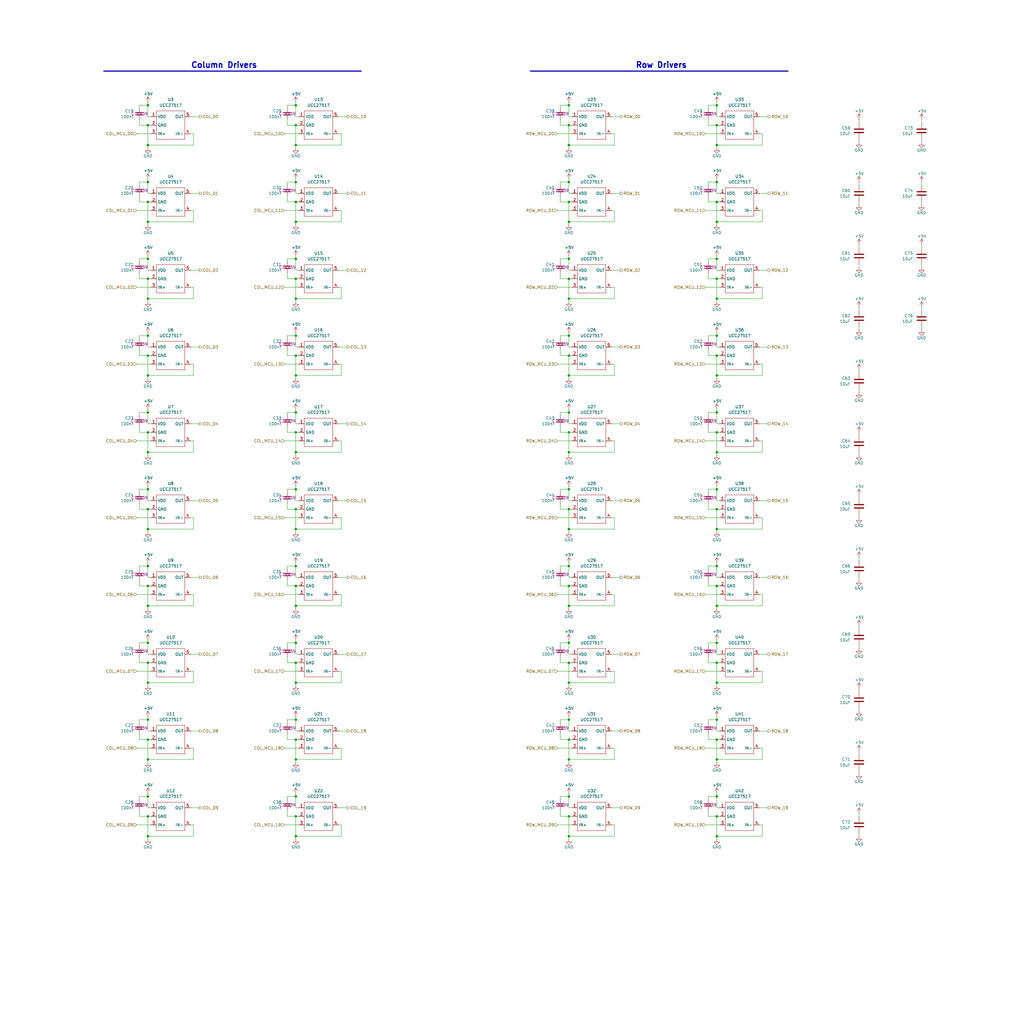
<source format=kicad_sch>
(kicad_sch (version 20250114) (generator "eeschema") (generator_version "9.0")
  (paper "User" 457.2 457.2)
  (text "Column Drivers" (at 100.076 29.21 0) (effects (font (size 2.54 2.54) (thickness 0.508) (bold yes))))
  (text "Row Drivers" (at 295.275 29.21 0) (effects (font (size 2.54 2.54) (thickness 0.508) (bold yes))))
  (junction (at 66.04 133.35))
  (junction (at 132.08 252.73))
  (junction (at 320.04 261.62))
  (junction (at 66.04 373.38))
  (junction (at 66.04 46.99))
  (junction (at 254 81.28))
  (junction (at 132.08 373.38))
  (junction (at 254 149.86))
  (junction (at 320.04 193.04))
  (junction (at 132.08 227.33))
  (junction (at 254 287.02))
  (junction (at 132.08 149.86))
  (junction (at 254 55.88))
  (junction (at 66.04 158.75))
  (junction (at 254 158.75))
  (junction (at 254 124.46))
  (junction (at 66.04 339.09))
  (junction (at 66.04 270.51))
  (junction (at 66.04 193.04))
  (junction (at 66.04 90.17))
  (junction (at 320.04 236.22))
  (junction (at 66.04 149.86))
  (junction (at 254 364.49))
  (junction (at 254 295.91))
  (junction (at 66.04 330.2))
  (junction (at 254 115.57))
  (junction (at 66.04 321.31))
  (junction (at 66.04 124.46))
  (junction (at 320.04 149.86))
  (junction (at 320.04 218.44))
  (junction (at 66.04 287.02))
  (junction (at 320.04 364.49))
  (junction (at 320.04 115.57))
  (junction (at 254 252.73))
  (junction (at 132.08 115.57))
  (junction (at 320.04 124.46))
  (junction (at 320.04 227.33))
  (junction (at 132.08 218.44))
  (junction (at 66.04 81.28))
  (junction (at 132.08 167.64))
  (junction (at 66.04 364.49))
  (junction (at 320.04 99.06))
  (junction (at 66.04 201.93))
  (junction (at 254 99.06))
  (junction (at 132.08 99.06))
  (junction (at 254 227.33))
  (junction (at 254 64.77))
  (junction (at 132.08 81.28))
  (junction (at 320.04 90.17))
  (junction (at 132.08 236.22))
  (junction (at 66.04 252.73))
  (junction (at 66.04 55.88))
  (junction (at 132.08 270.51))
  (junction (at 320.04 270.51))
  (junction (at 66.04 115.57))
  (junction (at 320.04 46.99))
  (junction (at 132.08 330.2))
  (junction (at 132.08 295.91))
  (junction (at 320.04 355.6))
  (junction (at 132.08 133.35))
  (junction (at 254 339.09))
  (junction (at 254 90.17))
  (junction (at 254 373.38))
  (junction (at 320.04 64.77))
  (junction (at 132.08 55.88))
  (junction (at 66.04 355.6))
  (junction (at 320.04 287.02))
  (junction (at 132.08 46.99))
  (junction (at 320.04 373.38))
  (junction (at 66.04 99.06))
  (junction (at 320.04 184.15))
  (junction (at 132.08 364.49))
  (junction (at 66.04 218.44))
  (junction (at 320.04 321.31))
  (junction (at 254 330.2))
  (junction (at 254 261.62))
  (junction (at 66.04 184.15))
  (junction (at 132.08 124.46))
  (junction (at 132.08 193.04))
  (junction (at 320.04 133.35))
  (junction (at 320.04 295.91))
  (junction (at 132.08 201.93))
  (junction (at 132.08 158.75))
  (junction (at 254 193.04))
  (junction (at 254 201.93))
  (junction (at 66.04 236.22))
  (junction (at 254 133.35))
  (junction (at 254 167.64))
  (junction (at 320.04 81.28))
  (junction (at 254 184.15))
  (junction (at 132.08 321.31))
  (junction (at 66.04 167.64))
  (junction (at 320.04 158.75))
  (junction (at 254 270.51))
  (junction (at 66.04 261.62))
  (junction (at 320.04 201.93))
  (junction (at 320.04 339.09))
  (junction (at 66.04 64.77))
  (junction (at 320.04 55.88))
  (junction (at 66.04 295.91))
  (junction (at 132.08 261.62))
  (junction (at 132.08 184.15))
  (junction (at 320.04 330.2))
  (junction (at 66.04 304.8))
  (junction (at 320.04 252.73))
  (junction (at 132.08 355.6))
  (junction (at 132.08 64.77))
  (junction (at 320.04 304.8))
  (junction (at 132.08 304.8))
  (junction (at 254 46.99))
  (junction (at 320.04 167.64))
  (junction (at 254 355.6))
  (junction (at 66.04 227.33))
  (junction (at 132.08 90.17))
  (junction (at 254 304.8))
  (junction (at 132.08 287.02))
  (junction (at 254 236.22))
  (junction (at 254 321.31))
  (junction (at 132.08 339.09))
  (junction (at 254 218.44))
  (wire (pts (xy 66.04 339.09) (xy 86.36 339.09)))
  (wire (pts (xy 128.27 224.79) (xy 128.27 227.33)))
  (wire (pts (xy 66.04 124.46) (xy 66.04 133.35)))
  (wire (pts (xy 66.04 373.38) (xy 66.04 374.65)))
  (wire (pts (xy 66.04 167.64) (xy 66.04 168.91)))
  (wire (pts (xy 320.04 158.75) (xy 321.31 158.75)))
  (wire (pts (xy 132.08 330.2) (xy 132.08 339.09)))
  (wire (pts (xy 60.96 265.43) (xy 67.31 265.43)))
  (wire (pts (xy 383.54 201.93) (xy 383.54 203.2)))
  (wire (pts (xy 320.04 326.39) (xy 321.31 326.39)))
  (wire (pts (xy 254 64.77) (xy 274.32 64.77)))
  (wire (pts (xy 66.04 86.36) (xy 67.31 86.36)))
  (wire (pts (xy 128.27 327.66) (xy 128.27 330.2)))
  (wire (pts (xy 316.23 364.49) (xy 320.04 364.49)))
  (wire (pts (xy 132.08 189.23) (xy 133.35 189.23)))
  (wire (pts (xy 66.04 99.06) (xy 66.04 100.33)))
  (wire (pts (xy 274.32 334.01) (xy 274.32 339.09)))
  (wire (pts (xy 340.36 231.14) (xy 340.36 236.22)))
  (wire (pts (xy 339.09 154.94) (xy 342.9 154.94)))
  (wire (pts (xy 254 364.49) (xy 254 373.38)))
  (wire (pts (xy 132.08 81.28) (xy 132.08 86.36)))
  (wire (pts (xy 66.04 257.81) (xy 67.31 257.81)))
  (wire (pts (xy 86.36 93.98) (xy 86.36 99.06)))
  (wire (pts (xy 250.19 124.46) (xy 254 124.46)))
  (wire (pts (xy 128.27 87.63) (xy 128.27 90.17)))
  (wire (pts (xy 62.23 53.34) (xy 62.23 55.88)))
  (wire (pts (xy 132.08 158.75) (xy 132.08 167.64)))
  (wire (pts (xy 320.04 217.17) (xy 320.04 218.44)))
  (wire (pts (xy 320.04 261.62) (xy 321.31 261.62)))
  (wire (pts (xy 383.54 335.28) (xy 383.54 336.55)))
  (wire (pts (xy 128.27 121.92) (xy 128.27 124.46)))
  (wire (pts (xy 383.54 344.17) (xy 383.54 345.44)))
  (wire (pts (xy 85.09 196.85) (xy 86.36 196.85)))
  (wire (pts (xy 274.32 368.3) (xy 274.32 373.38)))
  (wire (pts (xy 254 55.88) (xy 255.27 55.88)))
  (wire (pts (xy 250.19 193.04) (xy 254 193.04)))
  (wire (pts (xy 62.23 156.21) (xy 62.23 158.75)))
  (wire (pts (xy 320.04 115.57) (xy 320.04 120.65)))
  (wire (pts (xy 132.08 45.72) (xy 132.08 46.99)))
  (wire (pts (xy 320.04 90.17) (xy 320.04 99.06)))
  (wire (pts (xy 132.08 339.09) (xy 152.4 339.09)))
  (wire (pts (xy 66.04 217.17) (xy 66.04 218.44)))
  (wire (pts (xy 254 201.93) (xy 254 203.2)))
  (wire (pts (xy 128.27 288.29) (xy 128.27 287.02)))
  (wire (pts (xy 132.08 223.52) (xy 133.35 223.52)))
  (wire (pts (xy 250.19 355.6) (xy 254 355.6)))
  (wire (pts (xy 128.27 252.73) (xy 132.08 252.73)))
  (wire (pts (xy 128.27 116.84) (xy 128.27 115.57)))
  (wire (pts (xy 250.19 121.92) (xy 250.19 124.46)))
  (wire (pts (xy 314.96 231.14) (xy 321.31 231.14)))
  (wire (pts (xy 128.27 81.28) (xy 132.08 81.28)))
  (wire (pts (xy 316.23 287.02) (xy 320.04 287.02)))
  (wire (pts (xy 316.23 149.86) (xy 320.04 149.86)))
  (wire (pts (xy 62.23 287.02) (xy 66.04 287.02)))
  (wire (pts (xy 62.23 288.29) (xy 62.23 287.02)))
  (wire (pts (xy 320.04 285.75) (xy 320.04 287.02)))
  (wire (pts (xy 254 124.46) (xy 254 133.35)))
  (wire (pts (xy 320.04 148.59) (xy 320.04 149.86)))
  (wire (pts (xy 339.09 326.39) (xy 342.9 326.39)))
  (wire (pts (xy 86.36 299.72) (xy 86.36 304.8)))
  (wire (pts (xy 60.96 128.27) (xy 67.31 128.27)))
  (wire (pts (xy 254 227.33) (xy 254 236.22)))
  (wire (pts (xy 85.09 334.01) (xy 86.36 334.01)))
  (wire (pts (xy 320.04 114.3) (xy 320.04 115.57)))
  (wire (pts (xy 151.13 257.81) (xy 154.94 257.81)))
  (wire (pts (xy 62.23 327.66) (xy 62.23 330.2)))
  (wire (pts (xy 254 99.06) (xy 274.32 99.06)))
  (wire (pts (xy 132.08 201.93) (xy 152.4 201.93)))
  (wire (pts (xy 254 261.62) (xy 254 270.51)))
  (wire (pts (xy 66.04 270.51) (xy 66.04 271.78)))
  (wire (pts (xy 132.08 236.22) (xy 152.4 236.22)))
  (wire (pts (xy 254 373.38) (xy 274.32 373.38)))
  (wire (pts (xy 128.27 361.95) (xy 128.27 364.49)))
  (wire (pts (xy 383.54 288.29) (xy 383.54 289.56)))
  (wire (pts (xy 86.36 128.27) (xy 86.36 133.35)))
  (wire (pts (xy 132.08 55.88) (xy 133.35 55.88)))
  (wire (pts (xy 320.04 339.09) (xy 340.36 339.09)))
  (wire (pts (xy 60.96 231.14) (xy 67.31 231.14)))
  (wire (pts (xy 132.08 218.44) (xy 132.08 223.52)))
  (wire (pts (xy 340.36 128.27) (xy 340.36 133.35)))
  (wire (pts (xy 320.04 167.64) (xy 320.04 168.91)))
  (wire (pts (xy 62.23 322.58) (xy 62.23 321.31)))
  (wire (pts (xy 339.09 292.1) (xy 342.9 292.1)))
  (wire (pts (xy 66.04 81.28) (xy 66.04 86.36)))
  (wire (pts (xy 320.04 45.72) (xy 320.04 46.99)))
  (wire (pts (xy 254 373.38) (xy 254 374.65)))
  (wire (pts (xy 316.23 193.04) (xy 320.04 193.04)))
  (wire (pts (xy 60.96 368.3) (xy 67.31 368.3)))
  (wire (pts (xy 274.32 128.27) (xy 274.32 133.35)))
  (wire (pts (xy 66.04 354.33) (xy 66.04 355.6)))
  (wire (pts (xy 85.09 265.43) (xy 86.36 265.43)))
  (wire (pts (xy 248.92 128.27) (xy 255.27 128.27)))
  (wire (pts (xy 62.23 190.5) (xy 62.23 193.04)))
  (wire (pts (xy 66.04 148.59) (xy 66.04 149.86)))
  (wire (pts (xy 273.05 326.39) (xy 276.86 326.39)))
  (wire (pts (xy 66.04 355.6) (xy 66.04 360.68)))
  (wire (pts (xy 320.04 257.81) (xy 321.31 257.81)))
  (wire (pts (xy 128.27 156.21) (xy 128.27 158.75)))
  (wire (pts (xy 320.04 81.28) (xy 320.04 86.36)))
  (wire (pts (xy 128.27 53.34) (xy 128.27 55.88)))
  (wire (pts (xy 340.36 162.56) (xy 340.36 167.64)))
  (wire (pts (xy 320.04 124.46) (xy 321.31 124.46)))
  (wire (pts (xy 85.09 162.56) (xy 86.36 162.56)))
  (wire (pts (xy 254 182.88) (xy 254 184.15)))
  (wire (pts (xy 66.04 218.44) (xy 66.04 223.52)))
  (wire (pts (xy 60.96 93.98) (xy 67.31 93.98)))
  (wire (pts (xy 62.23 46.99) (xy 66.04 46.99)))
  (wire (pts (xy 250.19 261.62) (xy 254 261.62)))
  (wire (pts (xy 273.05 257.81) (xy 276.86 257.81)))
  (wire (pts (xy 66.04 64.77) (xy 66.04 66.04)))
  (wire (pts (xy 254 261.62) (xy 255.27 261.62)))
  (wire (pts (xy 320.04 373.38) (xy 320.04 374.65)))
  (wire (pts (xy 66.04 304.8) (xy 86.36 304.8)))
  (wire (pts (xy 316.23 115.57) (xy 320.04 115.57)))
  (wire (pts (xy 320.04 261.62) (xy 320.04 270.51)))
  (wire (pts (xy 85.09 86.36) (xy 88.9 86.36)))
  (wire (pts (xy 151.13 368.3) (xy 152.4 368.3)))
  (wire (pts (xy 254 114.3) (xy 254 115.57)))
  (wire (pts (xy 254 149.86) (xy 254 154.94)))
  (wire (pts (xy 66.04 326.39) (xy 67.31 326.39)))
  (wire (pts (xy 132.08 257.81) (xy 133.35 257.81)))
  (wire (pts (xy 66.04 339.09) (xy 66.04 340.36)))
  (wire (pts (xy 411.48 53.34) (xy 411.48 54.61)))
  (wire (pts (xy 250.19 356.87) (xy 250.19 355.6)))
  (wire (pts (xy 132.08 193.04) (xy 133.35 193.04)))
  (wire (pts (xy 273.05 93.98) (xy 274.32 93.98)))
  (wire (pts (xy 132.08 46.99) (xy 132.08 52.07)))
  (wire (pts (xy 152.4 59.69) (xy 152.4 64.77)))
  (wire (pts (xy 383.54 53.34) (xy 383.54 54.61)))
  (wire (pts (xy 85.09 120.65) (xy 88.9 120.65)))
  (wire (pts (xy 320.04 252.73) (xy 320.04 257.81)))
  (wire (pts (xy 383.54 137.16) (xy 383.54 138.43)))
  (wire (pts (xy 85.09 93.98) (xy 86.36 93.98)))
  (wire (pts (xy 86.36 368.3) (xy 86.36 373.38)))
  (wire (pts (xy 316.23 288.29) (xy 316.23 287.02)))
  (wire (pts (xy 254 354.33) (xy 254 355.6)))
  (wire (pts (xy 85.09 326.39) (xy 88.9 326.39)))
  (wire (pts (xy 248.92 196.85) (xy 255.27 196.85)))
  (wire (pts (xy 316.23 327.66) (xy 316.23 330.2)))
  (wire (pts (xy 254 133.35) (xy 254 134.62)))
  (wire (pts (xy 66.04 295.91) (xy 67.31 295.91)))
  (wire (pts (xy 132.08 99.06) (xy 132.08 100.33)))
  (wire (pts (xy 320.04 304.8) (xy 320.04 306.07)))
  (wire (pts (xy 254 80.01) (xy 254 81.28)))
  (wire (pts (xy 248.92 334.01) (xy 255.27 334.01)))
  (wire (pts (xy 273.05 231.14) (xy 274.32 231.14)))
  (wire (pts (xy 320.04 355.6) (xy 320.04 360.68)))
  (wire (pts (xy 151.13 231.14) (xy 152.4 231.14)))
  (wire (pts (xy 316.23 322.58) (xy 316.23 321.31)))
  (wire (pts (xy 128.27 254) (xy 128.27 252.73)))
  (wire (pts (xy 60.96 334.01) (xy 67.31 334.01)))
  (wire (pts (xy 316.23 356.87) (xy 316.23 355.6)))
  (wire (pts (xy 250.19 46.99) (xy 254 46.99)))
  (wire (pts (xy 132.08 321.31) (xy 132.08 326.39)))
  (wire (pts (xy 66.04 201.93) (xy 86.36 201.93)))
  (wire (pts (xy 339.09 223.52) (xy 342.9 223.52)))
  (wire (pts (xy 320.04 330.2) (xy 320.04 339.09)))
  (wire (pts (xy 62.23 330.2) (xy 66.04 330.2)))
  (wire (pts (xy 320.04 86.36) (xy 321.31 86.36)))
  (wire (pts (xy 320.04 99.06) (xy 320.04 100.33)))
  (wire (pts (xy 132.08 149.86) (xy 132.08 154.94)))
  (wire (pts (xy 250.19 254) (xy 250.19 252.73)))
  (wire (pts (xy 132.08 148.59) (xy 132.08 149.86)))
  (wire (pts (xy 127 59.69) (xy 133.35 59.69)))
  (wire (pts (xy 250.19 116.84) (xy 250.19 115.57)))
  (wire (pts (xy 320.04 287.02) (xy 320.04 292.1)))
  (wire (pts (xy 339.09 86.36) (xy 342.9 86.36)))
  (wire (pts (xy 152.4 368.3) (xy 152.4 373.38)))
  (wire (pts (xy 254 167.64) (xy 254 168.91)))
  (wire (pts (xy 132.08 86.36) (xy 133.35 86.36)))
  (wire (pts (xy 273.05 52.07) (xy 276.86 52.07)))
  (wire (pts (xy 128.27 151.13) (xy 128.27 149.86)))
  (wire (pts (xy 66.04 158.75) (xy 67.31 158.75)))
  (wire (pts (xy 320.04 167.64) (xy 340.36 167.64)))
  (wire (pts (xy 132.08 295.91) (xy 132.08 304.8)))
  (wire (pts (xy 320.04 55.88) (xy 321.31 55.88)))
  (wire (pts (xy 254 120.65) (xy 255.27 120.65)))
  (wire (pts (xy 320.04 218.44) (xy 320.04 223.52)))
  (wire (pts (xy 132.08 80.01) (xy 132.08 81.28)))
  (wire (pts (xy 383.54 193.04) (xy 383.54 194.31)))
  (wire (pts (xy 411.48 146.05) (xy 411.48 147.32)))
  (wire (pts (xy 66.04 223.52) (xy 67.31 223.52)))
  (wire (pts (xy 66.04 373.38) (xy 86.36 373.38)))
  (wire (pts (xy 250.19 252.73) (xy 254 252.73)))
  (wire (pts (xy 62.23 293.37) (xy 62.23 295.91)))
  (wire (pts (xy 151.13 326.39) (xy 154.94 326.39)))
  (wire (pts (xy 273.05 360.68) (xy 276.86 360.68)))
  (polyline (pts (xy 236.855 31.75) (xy 351.79 31.75)) (stroke (width 0.508) (type solid)))
  (wire (pts (xy 132.08 304.8) (xy 132.08 306.07)))
  (wire (pts (xy 316.23 293.37) (xy 316.23 295.91)))
  (wire (pts (xy 66.04 261.62) (xy 66.04 270.51)))
  (wire (pts (xy 316.23 151.13) (xy 316.23 149.86)))
  (wire (pts (xy 339.09 360.68) (xy 342.9 360.68)))
  (wire (pts (xy 151.13 162.56) (xy 152.4 162.56)))
  (wire (pts (xy 273.05 154.94) (xy 276.86 154.94)))
  (wire (pts (xy 66.04 236.22) (xy 86.36 236.22)))
  (wire (pts (xy 66.04 120.65) (xy 67.31 120.65)))
  (wire (pts (xy 316.23 218.44) (xy 320.04 218.44)))
  (wire (pts (xy 254 364.49) (xy 255.27 364.49)))
  (wire (pts (xy 127 368.3) (xy 133.35 368.3)))
  (wire (pts (xy 128.27 90.17) (xy 132.08 90.17)))
  (wire (pts (xy 128.27 158.75) (xy 132.08 158.75)))
  (wire (pts (xy 254 81.28) (xy 254 86.36)))
  (wire (pts (xy 66.04 167.64) (xy 86.36 167.64)))
  (wire (pts (xy 128.27 364.49) (xy 132.08 364.49)))
  (wire (pts (xy 273.05 223.52) (xy 276.86 223.52)))
  (wire (pts (xy 66.04 285.75) (xy 66.04 287.02)))
  (wire (pts (xy 320.04 189.23) (xy 321.31 189.23)))
  (wire (pts (xy 132.08 115.57) (xy 132.08 120.65)))
  (wire (pts (xy 250.19 48.26) (xy 250.19 46.99)))
  (wire (pts (xy 273.05 189.23) (xy 276.86 189.23)))
  (wire (pts (xy 132.08 304.8) (xy 152.4 304.8)))
  (wire (pts (xy 128.27 48.26) (xy 128.27 46.99)))
  (wire (pts (xy 62.23 115.57) (xy 66.04 115.57)))
  (wire (pts (xy 128.27 322.58) (xy 128.27 321.31)))
  (wire (pts (xy 152.4 196.85) (xy 152.4 201.93)))
  (wire (pts (xy 66.04 261.62) (xy 67.31 261.62)))
  (wire (pts (xy 62.23 254) (xy 62.23 252.73)))
  (wire (pts (xy 86.36 59.69) (xy 86.36 64.77)))
  (wire (pts (xy 320.04 227.33) (xy 321.31 227.33)))
  (wire (pts (xy 320.04 133.35) (xy 340.36 133.35)))
  (wire (pts (xy 66.04 158.75) (xy 66.04 167.64)))
  (wire (pts (xy 316.23 185.42) (xy 316.23 184.15)))
  (wire (pts (xy 152.4 265.43) (xy 152.4 270.51)))
  (wire (pts (xy 320.04 55.88) (xy 320.04 64.77)))
  (wire (pts (xy 128.27 82.55) (xy 128.27 81.28)))
  (wire (pts (xy 127 128.27) (xy 133.35 128.27)))
  (wire (pts (xy 320.04 304.8) (xy 340.36 304.8)))
  (wire (pts (xy 274.32 265.43) (xy 274.32 270.51)))
  (wire (pts (xy 132.08 64.77) (xy 152.4 64.77)))
  (wire (pts (xy 132.08 236.22) (xy 132.08 237.49)))
  (wire (pts (xy 254 223.52) (xy 255.27 223.52)))
  (wire (pts (xy 66.04 124.46) (xy 67.31 124.46)))
  (wire (pts (xy 254 193.04) (xy 254 201.93)))
  (wire (pts (xy 273.05 299.72) (xy 274.32 299.72)))
  (wire (pts (xy 250.19 288.29) (xy 250.19 287.02)))
  (wire (pts (xy 316.23 261.62) (xy 320.04 261.62)))
  (wire (pts (xy 339.09 196.85) (xy 340.36 196.85)))
  (wire (pts (xy 316.23 121.92) (xy 316.23 124.46)))
  (wire (pts (xy 320.04 158.75) (xy 320.04 167.64)))
  (wire (pts (xy 320.04 120.65) (xy 321.31 120.65)))
  (wire (pts (xy 128.27 219.71) (xy 128.27 218.44)))
  (wire (pts (xy 248.92 299.72) (xy 255.27 299.72)))
  (wire (pts (xy 254 285.75) (xy 254 287.02)))
  (wire (pts (xy 273.05 334.01) (xy 274.32 334.01)))
  (wire (pts (xy 66.04 52.07) (xy 67.31 52.07)))
  (wire (pts (xy 254 45.72) (xy 254 46.99)))
  (wire (pts (xy 254 292.1) (xy 255.27 292.1)))
  (wire (pts (xy 132.08 251.46) (xy 132.08 252.73)))
  (wire (pts (xy 320.04 330.2) (xy 321.31 330.2)))
  (wire (pts (xy 254 86.36) (xy 255.27 86.36)))
  (wire (pts (xy 254 330.2) (xy 255.27 330.2)))
  (wire (pts (xy 132.08 364.49) (xy 132.08 373.38)))
  (wire (pts (xy 320.04 133.35) (xy 320.04 134.62)))
  (wire (pts (xy 273.05 128.27) (xy 274.32 128.27)))
  (wire (pts (xy 132.08 261.62) (xy 133.35 261.62)))
  (wire (pts (xy 248.92 231.14) (xy 255.27 231.14)))
  (wire (pts (xy 127 334.01) (xy 133.35 334.01)))
  (wire (pts (xy 383.54 118.11) (xy 383.54 119.38)))
  (wire (pts (xy 316.23 224.79) (xy 316.23 227.33)))
  (wire (pts (xy 254 355.6) (xy 254 360.68)))
  (wire (pts (xy 320.04 360.68) (xy 321.31 360.68)))
  (wire (pts (xy 85.09 368.3) (xy 86.36 368.3)))
  (wire (pts (xy 60.96 59.69) (xy 67.31 59.69)))
  (wire (pts (xy 132.08 99.06) (xy 152.4 99.06)))
  (wire (pts (xy 316.23 190.5) (xy 316.23 193.04)))
  (wire (pts (xy 132.08 326.39) (xy 133.35 326.39)))
  (wire (pts (xy 383.54 81.28) (xy 383.54 82.55)))
  (wire (pts (xy 62.23 151.13) (xy 62.23 149.86)))
  (wire (pts (xy 127 265.43) (xy 133.35 265.43)))
  (wire (pts (xy 132.08 252.73) (xy 132.08 257.81)))
  (wire (pts (xy 314.96 128.27) (xy 321.31 128.27)))
  (wire (pts (xy 316.23 252.73) (xy 320.04 252.73)))
  (wire (pts (xy 132.08 154.94) (xy 133.35 154.94)))
  (wire (pts (xy 66.04 193.04) (xy 67.31 193.04)))
  (wire (pts (xy 411.48 137.16) (xy 411.48 138.43)))
  (wire (pts (xy 66.04 64.77) (xy 86.36 64.77)))
  (polyline (pts (xy 46.355 31.75) (xy 161.29 31.75)) (stroke (width 0.508) (type solid)))
  (wire (pts (xy 250.19 321.31) (xy 254 321.31)))
  (wire (pts (xy 320.04 154.94) (xy 321.31 154.94)))
  (wire (pts (xy 152.4 93.98) (xy 152.4 99.06)))
  (wire (pts (xy 316.23 259.08) (xy 316.23 261.62)))
  (wire (pts (xy 254 184.15) (xy 254 189.23)))
  (wire (pts (xy 62.23 295.91) (xy 66.04 295.91)))
  (wire (pts (xy 314.96 162.56) (xy 321.31 162.56)))
  (wire (pts (xy 316.23 321.31) (xy 320.04 321.31)))
  (wire (pts (xy 320.04 52.07) (xy 321.31 52.07)))
  (wire (pts (xy 132.08 360.68) (xy 133.35 360.68)))
  (wire (pts (xy 340.36 299.72) (xy 340.36 304.8)))
  (wire (pts (xy 339.09 189.23) (xy 342.9 189.23)))
  (wire (pts (xy 151.13 59.69) (xy 152.4 59.69)))
  (wire (pts (xy 250.19 115.57) (xy 254 115.57)))
  (wire (pts (xy 62.23 355.6) (xy 66.04 355.6)))
  (wire (pts (xy 86.36 231.14) (xy 86.36 236.22)))
  (wire (pts (xy 128.27 184.15) (xy 132.08 184.15)))
  (wire (pts (xy 127 299.72) (xy 133.35 299.72)))
  (wire (pts (xy 254 236.22) (xy 274.32 236.22)))
  (wire (pts (xy 383.54 165.1) (xy 383.54 166.37)))
  (wire (pts (xy 339.09 59.69) (xy 340.36 59.69)))
  (wire (pts (xy 250.19 295.91) (xy 254 295.91)))
  (wire (pts (xy 66.04 55.88) (xy 66.04 64.77)))
  (wire (pts (xy 320.04 295.91) (xy 320.04 304.8)))
  (wire (pts (xy 320.04 193.04) (xy 321.31 193.04)))
  (wire (pts (xy 62.23 193.04) (xy 66.04 193.04)))
  (wire (pts (xy 66.04 251.46) (xy 66.04 252.73)))
  (wire (pts (xy 254 55.88) (xy 254 64.77)))
  (wire (pts (xy 320.04 364.49) (xy 321.31 364.49)))
  (wire (pts (xy 254 46.99) (xy 254 52.07)))
  (wire (pts (xy 128.27 261.62) (xy 132.08 261.62)))
  (wire (pts (xy 254 124.46) (xy 255.27 124.46)))
  (wire (pts (xy 320.04 295.91) (xy 321.31 295.91)))
  (wire (pts (xy 254 236.22) (xy 254 237.49)))
  (wire (pts (xy 250.19 184.15) (xy 254 184.15)))
  (wire (pts (xy 128.27 259.08) (xy 128.27 261.62)))
  (wire (pts (xy 128.27 321.31) (xy 132.08 321.31)))
  (wire (pts (xy 320.04 64.77) (xy 320.04 66.04)))
  (wire (pts (xy 316.23 48.26) (xy 316.23 46.99)))
  (wire (pts (xy 383.54 363.22) (xy 383.54 364.49)))
  (wire (pts (xy 254 339.09) (xy 254 340.36)))
  (wire (pts (xy 86.36 334.01) (xy 86.36 339.09)))
  (wire (pts (xy 250.19 87.63) (xy 250.19 90.17)))
  (wire (pts (xy 254 330.2) (xy 254 339.09)))
  (wire (pts (xy 254 304.8) (xy 254 306.07)))
  (wire (pts (xy 314.96 93.98) (xy 321.31 93.98)))
  (wire (pts (xy 66.04 154.94) (xy 67.31 154.94)))
  (wire (pts (xy 254 148.59) (xy 254 149.86)))
  (wire (pts (xy 132.08 182.88) (xy 132.08 184.15)))
  (wire (pts (xy 132.08 339.09) (xy 132.08 340.36)))
  (wire (pts (xy 316.23 82.55) (xy 316.23 81.28)))
  (wire (pts (xy 340.36 93.98) (xy 340.36 99.06)))
  (wire (pts (xy 383.54 372.11) (xy 383.54 373.38)))
  (wire (pts (xy 254 320.04) (xy 254 321.31)))
  (wire (pts (xy 254 360.68) (xy 255.27 360.68)))
  (wire (pts (xy 132.08 167.64) (xy 152.4 167.64)))
  (wire (pts (xy 254 167.64) (xy 274.32 167.64)))
  (wire (pts (xy 254 201.93) (xy 274.32 201.93)))
  (wire (pts (xy 339.09 120.65) (xy 342.9 120.65)))
  (wire (pts (xy 254 339.09) (xy 274.32 339.09)))
  (wire (pts (xy 62.23 55.88) (xy 66.04 55.88)))
  (wire (pts (xy 152.4 299.72) (xy 152.4 304.8)))
  (wire (pts (xy 66.04 46.99) (xy 66.04 52.07)))
  (wire (pts (xy 273.05 196.85) (xy 274.32 196.85)))
  (wire (pts (xy 339.09 231.14) (xy 340.36 231.14)))
  (wire (pts (xy 151.13 93.98) (xy 152.4 93.98)))
  (wire (pts (xy 62.23 87.63) (xy 62.23 90.17)))
  (wire (pts (xy 66.04 364.49) (xy 66.04 373.38)))
  (wire (pts (xy 66.04 149.86) (xy 66.04 154.94)))
  (wire (pts (xy 132.08 285.75) (xy 132.08 287.02)))
  (wire (pts (xy 383.54 316.23) (xy 383.54 317.5)))
  (wire (pts (xy 274.32 59.69) (xy 274.32 64.77)))
  (wire (pts (xy 254 287.02) (xy 254 292.1)))
  (wire (pts (xy 316.23 355.6) (xy 320.04 355.6)))
  (wire (pts (xy 250.19 322.58) (xy 250.19 321.31)))
  (wire (pts (xy 320.04 193.04) (xy 320.04 201.93)))
  (wire (pts (xy 132.08 124.46) (xy 133.35 124.46)))
  (wire (pts (xy 62.23 124.46) (xy 66.04 124.46)))
  (wire (pts (xy 66.04 182.88) (xy 66.04 184.15)))
  (wire (pts (xy 248.92 265.43) (xy 255.27 265.43)))
  (wire (pts (xy 85.09 231.14) (xy 86.36 231.14)))
  (wire (pts (xy 66.04 330.2) (xy 66.04 339.09)))
  (wire (pts (xy 320.04 223.52) (xy 321.31 223.52)))
  (wire (pts (xy 66.04 90.17) (xy 67.31 90.17)))
  (wire (pts (xy 151.13 360.68) (xy 154.94 360.68)))
  (wire (pts (xy 132.08 201.93) (xy 132.08 203.2)))
  (wire (pts (xy 85.09 59.69) (xy 86.36 59.69)))
  (wire (pts (xy 66.04 80.01) (xy 66.04 81.28)))
  (wire (pts (xy 320.04 321.31) (xy 320.04 326.39)))
  (wire (pts (xy 316.23 46.99) (xy 320.04 46.99)))
  (wire (pts (xy 132.08 227.33) (xy 132.08 236.22)))
  (wire (pts (xy 132.08 292.1) (xy 133.35 292.1)))
  (wire (pts (xy 66.04 364.49) (xy 67.31 364.49)))
  (wire (pts (xy 316.23 361.95) (xy 316.23 364.49)))
  (wire (pts (xy 320.04 339.09) (xy 320.04 340.36)))
  (wire (pts (xy 66.04 295.91) (xy 66.04 304.8)))
  (wire (pts (xy 314.96 334.01) (xy 321.31 334.01)))
  (wire (pts (xy 339.09 52.07) (xy 342.9 52.07)))
  (wire (pts (xy 383.54 229.87) (xy 383.54 231.14)))
  (wire (pts (xy 316.23 158.75) (xy 320.04 158.75)))
  (wire (pts (xy 62.23 48.26) (xy 62.23 46.99)))
  (wire (pts (xy 314.96 368.3) (xy 321.31 368.3)))
  (wire (pts (xy 254 90.17) (xy 255.27 90.17)))
  (wire (pts (xy 62.23 218.44) (xy 66.04 218.44)))
  (wire (pts (xy 254 218.44) (xy 254 223.52)))
  (wire (pts (xy 340.36 59.69) (xy 340.36 64.77)))
  (wire (pts (xy 62.23 158.75) (xy 66.04 158.75)))
  (wire (pts (xy 85.09 128.27) (xy 86.36 128.27)))
  (wire (pts (xy 254 158.75) (xy 254 167.64)))
  (wire (pts (xy 248.92 93.98) (xy 255.27 93.98)))
  (wire (pts (xy 383.54 220.98) (xy 383.54 222.25)))
  (wire (pts (xy 128.27 355.6) (xy 132.08 355.6)))
  (wire (pts (xy 152.4 128.27) (xy 152.4 133.35)))
  (wire (pts (xy 411.48 90.17) (xy 411.48 91.44)))
  (wire (pts (xy 86.36 196.85) (xy 86.36 201.93)))
  (wire (pts (xy 62.23 227.33) (xy 66.04 227.33)))
  (wire (pts (xy 85.09 189.23) (xy 88.9 189.23)))
  (wire (pts (xy 339.09 257.81) (xy 342.9 257.81)))
  (wire (pts (xy 250.19 151.13) (xy 250.19 149.86)))
  (wire (pts (xy 62.23 121.92) (xy 62.23 124.46)))
  (wire (pts (xy 66.04 45.72) (xy 66.04 46.99)))
  (wire (pts (xy 274.32 196.85) (xy 274.32 201.93)))
  (wire (pts (xy 254 52.07) (xy 255.27 52.07)))
  (wire (pts (xy 320.04 270.51) (xy 320.04 271.78)))
  (wire (pts (xy 383.54 146.05) (xy 383.54 147.32)))
  (wire (pts (xy 85.09 257.81) (xy 88.9 257.81)))
  (wire (pts (xy 250.19 293.37) (xy 250.19 295.91)))
  (wire (pts (xy 274.32 299.72) (xy 274.32 304.8)))
  (wire (pts (xy 128.27 55.88) (xy 132.08 55.88)))
  (wire (pts (xy 152.4 231.14) (xy 152.4 236.22)))
  (wire (pts (xy 128.27 149.86) (xy 132.08 149.86)))
  (wire (pts (xy 254 295.91) (xy 255.27 295.91)))
  (wire (pts (xy 250.19 81.28) (xy 254 81.28)))
  (wire (pts (xy 62.23 259.08) (xy 62.23 261.62)))
  (wire (pts (xy 85.09 154.94) (xy 88.9 154.94)))
  (wire (pts (xy 151.13 128.27) (xy 152.4 128.27)))
  (wire (pts (xy 320.04 364.49) (xy 320.04 373.38)))
  (wire (pts (xy 274.32 93.98) (xy 274.32 99.06)))
  (wire (pts (xy 316.23 295.91) (xy 320.04 295.91)))
  (wire (pts (xy 151.13 196.85) (xy 152.4 196.85)))
  (wire (pts (xy 273.05 162.56) (xy 274.32 162.56)))
  (wire (pts (xy 66.04 114.3) (xy 66.04 115.57)))
  (wire (pts (xy 250.19 218.44) (xy 254 218.44)))
  (wire (pts (xy 132.08 270.51) (xy 152.4 270.51)))
  (wire (pts (xy 383.54 62.23) (xy 383.54 63.5)))
  (wire (pts (xy 250.19 53.34) (xy 250.19 55.88)))
  (wire (pts (xy 85.09 360.68) (xy 88.9 360.68)))
  (wire (pts (xy 320.04 124.46) (xy 320.04 133.35)))
  (wire (pts (xy 254 270.51) (xy 254 271.78)))
  (wire (pts (xy 411.48 81.28) (xy 411.48 82.55)))
  (wire (pts (xy 128.27 293.37) (xy 128.27 295.91)))
  (wire (pts (xy 62.23 356.87) (xy 62.23 355.6)))
  (wire (pts (xy 320.04 80.01) (xy 320.04 81.28)))
  (wire (pts (xy 248.92 368.3) (xy 255.27 368.3)))
  (wire (pts (xy 254 321.31) (xy 254 326.39)))
  (wire (pts (xy 66.04 227.33) (xy 66.04 236.22)))
  (wire (pts (xy 151.13 334.01) (xy 152.4 334.01)))
  (wire (pts (xy 339.09 299.72) (xy 340.36 299.72)))
  (wire (pts (xy 62.23 252.73) (xy 66.04 252.73)))
  (wire (pts (xy 320.04 236.22) (xy 340.36 236.22)))
  (wire (pts (xy 62.23 224.79) (xy 62.23 227.33)))
  (wire (pts (xy 132.08 114.3) (xy 132.08 115.57)))
  (wire (pts (xy 66.04 133.35) (xy 66.04 134.62)))
  (wire (pts (xy 254 217.17) (xy 254 218.44)))
  (wire (pts (xy 254 99.06) (xy 254 100.33)))
  (wire (pts (xy 128.27 115.57) (xy 132.08 115.57)))
  (wire (pts (xy 151.13 223.52) (xy 154.94 223.52)))
  (wire (pts (xy 254 90.17) (xy 254 99.06)))
  (wire (pts (xy 132.08 270.51) (xy 132.08 271.78)))
  (wire (pts (xy 132.08 364.49) (xy 133.35 364.49)))
  (wire (pts (xy 151.13 265.43) (xy 152.4 265.43)))
  (wire (pts (xy 250.19 185.42) (xy 250.19 184.15)))
  (wire (pts (xy 339.09 162.56) (xy 340.36 162.56)))
  (wire (pts (xy 248.92 59.69) (xy 255.27 59.69)))
  (wire (pts (xy 250.19 90.17) (xy 254 90.17)))
  (wire (pts (xy 250.19 55.88) (xy 254 55.88)))
  (wire (pts (xy 66.04 321.31) (xy 66.04 326.39)))
  (wire (pts (xy 254 326.39) (xy 255.27 326.39)))
  (wire (pts (xy 316.23 81.28) (xy 320.04 81.28)))
  (wire (pts (xy 62.23 149.86) (xy 66.04 149.86)))
  (wire (pts (xy 128.27 227.33) (xy 132.08 227.33)))
  (wire (pts (xy 340.36 196.85) (xy 340.36 201.93)))
  (wire (pts (xy 62.23 185.42) (xy 62.23 184.15)))
  (wire (pts (xy 66.04 330.2) (xy 67.31 330.2)))
  (wire (pts (xy 152.4 334.01) (xy 152.4 339.09)))
  (wire (pts (xy 86.36 162.56) (xy 86.36 167.64)))
  (wire (pts (xy 254 154.94) (xy 255.27 154.94)))
  (wire (pts (xy 128.27 46.99) (xy 132.08 46.99)))
  (wire (pts (xy 320.04 90.17) (xy 321.31 90.17)))
  (wire (pts (xy 254 64.77) (xy 254 66.04)))
  (wire (pts (xy 411.48 62.23) (xy 411.48 63.5)))
  (wire (pts (xy 383.54 279.4) (xy 383.54 280.67)))
  (wire (pts (xy 250.19 82.55) (xy 250.19 81.28)))
  (wire (pts (xy 66.04 189.23) (xy 67.31 189.23)))
  (wire (pts (xy 273.05 265.43) (xy 274.32 265.43)))
  (wire (pts (xy 316.23 116.84) (xy 316.23 115.57)))
  (wire (pts (xy 85.09 292.1) (xy 88.9 292.1)))
  (wire (pts (xy 132.08 90.17) (xy 133.35 90.17)))
  (wire (pts (xy 254 158.75) (xy 255.27 158.75)))
  (wire (pts (xy 132.08 64.77) (xy 132.08 66.04)))
  (wire (pts (xy 411.48 109.22) (xy 411.48 110.49)))
  (wire (pts (xy 62.23 361.95) (xy 62.23 364.49)))
  (wire (pts (xy 132.08 193.04) (xy 132.08 201.93)))
  (wire (pts (xy 66.04 193.04) (xy 66.04 201.93)))
  (wire (pts (xy 314.96 196.85) (xy 321.31 196.85)))
  (wire (pts (xy 254 189.23) (xy 255.27 189.23)))
  (wire (pts (xy 250.19 259.08) (xy 250.19 261.62)))
  (wire (pts (xy 339.09 368.3) (xy 340.36 368.3)))
  (wire (pts (xy 274.32 231.14) (xy 274.32 236.22)))
  (wire (pts (xy 132.08 373.38) (xy 152.4 373.38)))
  (wire (pts (xy 340.36 265.43) (xy 340.36 270.51)))
  (wire (pts (xy 151.13 120.65) (xy 154.94 120.65)))
  (wire (pts (xy 151.13 154.94) (xy 154.94 154.94)))
  (wire (pts (xy 127 162.56) (xy 133.35 162.56)))
  (wire (pts (xy 316.23 53.34) (xy 316.23 55.88)))
  (wire (pts (xy 128.27 218.44) (xy 132.08 218.44)))
  (wire (pts (xy 128.27 190.5) (xy 128.27 193.04)))
  (wire (pts (xy 66.04 115.57) (xy 66.04 120.65)))
  (wire (pts (xy 62.23 90.17) (xy 66.04 90.17)))
  (wire (pts (xy 316.23 55.88) (xy 320.04 55.88)))
  (wire (pts (xy 127 231.14) (xy 133.35 231.14)))
  (wire (pts (xy 128.27 295.91) (xy 132.08 295.91)))
  (wire (pts (xy 340.36 334.01) (xy 340.36 339.09)))
  (wire (pts (xy 411.48 118.11) (xy 411.48 119.38)))
  (wire (pts (xy 314.96 265.43) (xy 321.31 265.43)))
  (wire (pts (xy 132.08 133.35) (xy 132.08 134.62)))
  (wire (pts (xy 132.08 287.02) (xy 132.08 292.1)))
  (wire (pts (xy 320.04 201.93) (xy 340.36 201.93)))
  (wire (pts (xy 250.19 327.66) (xy 250.19 330.2)))
  (wire (pts (xy 66.04 184.15) (xy 66.04 189.23)))
  (wire (pts (xy 132.08 320.04) (xy 132.08 321.31)))
  (wire (pts (xy 320.04 99.06) (xy 340.36 99.06)))
  (wire (pts (xy 320.04 251.46) (xy 320.04 252.73)))
  (wire (pts (xy 316.23 156.21) (xy 316.23 158.75)))
  (wire (pts (xy 132.08 167.64) (xy 132.08 168.91)))
  (wire (pts (xy 339.09 93.98) (xy 340.36 93.98)))
  (wire (pts (xy 66.04 360.68) (xy 67.31 360.68)))
  (wire (pts (xy 273.05 86.36) (xy 276.86 86.36)))
  (wire (pts (xy 320.04 373.38) (xy 340.36 373.38)))
  (wire (pts (xy 320.04 64.77) (xy 340.36 64.77)))
  (wire (pts (xy 60.96 162.56) (xy 67.31 162.56)))
  (wire (pts (xy 151.13 52.07) (xy 154.94 52.07)))
  (wire (pts (xy 320.04 184.15) (xy 320.04 189.23)))
  (wire (pts (xy 85.09 299.72) (xy 86.36 299.72)))
  (wire (pts (xy 316.23 330.2) (xy 320.04 330.2)))
  (wire (pts (xy 316.23 124.46) (xy 320.04 124.46)))
  (wire (pts (xy 128.27 356.87) (xy 128.27 355.6)))
  (wire (pts (xy 250.19 364.49) (xy 254 364.49)))
  (wire (pts (xy 151.13 292.1) (xy 154.94 292.1)))
  (wire (pts (xy 132.08 227.33) (xy 133.35 227.33)))
  (wire (pts (xy 62.23 219.71) (xy 62.23 218.44)))
  (wire (pts (xy 132.08 295.91) (xy 133.35 295.91)))
  (wire (pts (xy 320.04 182.88) (xy 320.04 184.15)))
  (wire (pts (xy 339.09 334.01) (xy 340.36 334.01)))
  (wire (pts (xy 273.05 368.3) (xy 274.32 368.3)))
  (wire (pts (xy 128.27 330.2) (xy 132.08 330.2)))
  (wire (pts (xy 254 193.04) (xy 255.27 193.04)))
  (wire (pts (xy 66.04 270.51) (xy 86.36 270.51)))
  (wire (pts (xy 66.04 287.02) (xy 66.04 292.1)))
  (wire (pts (xy 132.08 330.2) (xy 133.35 330.2)))
  (wire (pts (xy 62.23 321.31) (xy 66.04 321.31)))
  (wire (pts (xy 66.04 292.1) (xy 67.31 292.1)))
  (wire (pts (xy 250.19 287.02) (xy 254 287.02)))
  (wire (pts (xy 254 115.57) (xy 254 120.65)))
  (wire (pts (xy 132.08 373.38) (xy 132.08 374.65)))
  (wire (pts (xy 254 257.81) (xy 255.27 257.81)))
  (wire (pts (xy 383.54 257.81) (xy 383.54 259.08)))
  (wire (pts (xy 316.23 219.71) (xy 316.23 218.44)))
  (wire (pts (xy 85.09 52.07) (xy 88.9 52.07)))
  (wire (pts (xy 250.19 219.71) (xy 250.19 218.44)))
  (wire (pts (xy 132.08 124.46) (xy 132.08 133.35)))
  (wire (pts (xy 250.19 227.33) (xy 254 227.33)))
  (wire (pts (xy 66.04 133.35) (xy 86.36 133.35)))
  (wire (pts (xy 151.13 299.72) (xy 152.4 299.72)))
  (wire (pts (xy 314.96 299.72) (xy 321.31 299.72)))
  (wire (pts (xy 66.04 99.06) (xy 86.36 99.06)))
  (wire (pts (xy 248.92 162.56) (xy 255.27 162.56)))
  (wire (pts (xy 273.05 59.69) (xy 274.32 59.69)))
  (wire (pts (xy 316.23 90.17) (xy 320.04 90.17)))
  (wire (pts (xy 132.08 354.33) (xy 132.08 355.6)))
  (wire (pts (xy 320.04 354.33) (xy 320.04 355.6)))
  (wire (pts (xy 60.96 196.85) (xy 67.31 196.85)))
  (wire (pts (xy 314.96 59.69) (xy 321.31 59.69)))
  (wire (pts (xy 132.08 261.62) (xy 132.08 270.51)))
  (wire (pts (xy 250.19 190.5) (xy 250.19 193.04)))
  (wire (pts (xy 86.36 265.43) (xy 86.36 270.51)))
  (wire (pts (xy 62.23 261.62) (xy 66.04 261.62)))
  (wire (pts (xy 132.08 120.65) (xy 133.35 120.65)))
  (wire (pts (xy 132.08 158.75) (xy 133.35 158.75)))
  (wire (pts (xy 273.05 292.1) (xy 276.86 292.1)))
  (wire (pts (xy 127 93.98) (xy 133.35 93.98)))
  (wire (pts (xy 316.23 184.15) (xy 320.04 184.15)))
  (wire (pts (xy 320.04 292.1) (xy 321.31 292.1)))
  (wire (pts (xy 320.04 236.22) (xy 320.04 237.49)))
  (wire (pts (xy 132.08 133.35) (xy 152.4 133.35)))
  (wire (pts (xy 383.54 90.17) (xy 383.54 91.44)))
  (wire (pts (xy 128.27 287.02) (xy 132.08 287.02)))
  (wire (pts (xy 273.05 120.65) (xy 276.86 120.65)))
  (wire (pts (xy 250.19 361.95) (xy 250.19 364.49)))
  (wire (pts (xy 85.09 223.52) (xy 88.9 223.52)))
  (wire (pts (xy 250.19 149.86) (xy 254 149.86)))
  (wire (pts (xy 132.08 52.07) (xy 133.35 52.07)))
  (wire (pts (xy 383.54 109.22) (xy 383.54 110.49)))
  (wire (pts (xy 250.19 224.79) (xy 250.19 227.33)))
  (wire (pts (xy 66.04 227.33) (xy 67.31 227.33)))
  (wire (pts (xy 254 252.73) (xy 254 257.81)))
  (wire (pts (xy 151.13 189.23) (xy 154.94 189.23)))
  (wire (pts (xy 316.23 254) (xy 316.23 252.73)))
  (wire (pts (xy 128.27 124.46) (xy 132.08 124.46)))
  (wire (pts (xy 254 304.8) (xy 274.32 304.8)))
  (wire (pts (xy 66.04 55.88) (xy 67.31 55.88)))
  (wire (pts (xy 320.04 201.93) (xy 320.04 203.2)))
  (wire (pts (xy 132.08 90.17) (xy 132.08 99.06)))
  (wire (pts (xy 132.08 184.15) (xy 132.08 189.23)))
  (wire (pts (xy 66.04 90.17) (xy 66.04 99.06)))
  (wire (pts (xy 316.23 87.63) (xy 316.23 90.17)))
  (wire (pts (xy 320.04 270.51) (xy 340.36 270.51)))
  (wire (pts (xy 128.27 185.42) (xy 128.27 184.15)))
  (wire (pts (xy 66.04 201.93) (xy 66.04 203.2)))
  (wire (pts (xy 339.09 128.27) (xy 340.36 128.27)))
  (wire (pts (xy 132.08 355.6) (xy 132.08 360.68)))
  (wire (pts (xy 132.08 217.17) (xy 132.08 218.44)))
  (wire (pts (xy 66.04 236.22) (xy 66.04 237.49)))
  (wire (pts (xy 128.27 193.04) (xy 132.08 193.04)))
  (wire (pts (xy 316.23 227.33) (xy 320.04 227.33)))
  (wire (pts (xy 60.96 299.72) (xy 67.31 299.72)))
  (wire (pts (xy 62.23 82.55) (xy 62.23 81.28)))
  (wire (pts (xy 62.23 116.84) (xy 62.23 115.57)))
  (wire (pts (xy 250.19 330.2) (xy 254 330.2)))
  (wire (pts (xy 66.04 252.73) (xy 66.04 257.81)))
  (wire (pts (xy 152.4 162.56) (xy 152.4 167.64)))
  (wire (pts (xy 254 227.33) (xy 255.27 227.33)))
  (wire (pts (xy 151.13 86.36) (xy 154.94 86.36)))
  (wire (pts (xy 320.04 149.86) (xy 320.04 154.94)))
  (wire (pts (xy 127 196.85) (xy 133.35 196.85)))
  (wire (pts (xy 339.09 265.43) (xy 340.36 265.43)))
  (wire (pts (xy 320.04 227.33) (xy 320.04 236.22)))
  (wire (pts (xy 254 270.51) (xy 274.32 270.51)))
  (wire (pts (xy 66.04 320.04) (xy 66.04 321.31)))
  (wire (pts (xy 320.04 46.99) (xy 320.04 52.07)))
  (wire (pts (xy 320.04 320.04) (xy 320.04 321.31)))
  (wire (pts (xy 383.54 248.92) (xy 383.54 250.19)))
  (wire (pts (xy 340.36 368.3) (xy 340.36 373.38)))
  (wire (pts (xy 250.19 158.75) (xy 254 158.75)))
  (wire (pts (xy 132.08 55.88) (xy 132.08 64.77)))
  (wire (pts (xy 66.04 304.8) (xy 66.04 306.07)))
  (wire (pts (xy 383.54 173.99) (xy 383.54 175.26)))
  (wire (pts (xy 383.54 307.34) (xy 383.54 308.61)))
  (wire (pts (xy 62.23 184.15) (xy 66.04 184.15)))
  (wire (pts (xy 62.23 81.28) (xy 66.04 81.28)))
  (wire (pts (xy 250.19 156.21) (xy 250.19 158.75)))
  (wire (pts (xy 274.32 162.56) (xy 274.32 167.64)))
  (wire (pts (xy 254 251.46) (xy 254 252.73)))
  (wire (pts (xy 62.23 364.49) (xy 66.04 364.49)))
  (wire (pts (xy 254 133.35) (xy 274.32 133.35)))
  (wire (pts (xy 254 295.91) (xy 254 304.8)))
  (hierarchical_label "COL_MCU_06" (shape input) (at 60.96 265.43 180))
  (hierarchical_label "COL_00" (shape output) (at 88.9 52.07 0))
  (hierarchical_label "ROW_MCU_05" (shape input) (at 248.92 231.14 180))
  (hierarchical_label "ROW_18" (shape output) (at 342.9 326.39 0))
  (hierarchical_label "COL_MCU_12" (shape input) (at 127 128.27 180))
  (hierarchical_label "COL_MCU_13" (shape input) (at 127 162.56 180))
  (hierarchical_label "ROW_19" (shape output) (at 342.9 360.68 0))
  (hierarchical_label "COL_04" (shape output) (at 88.9 189.23 0))
  (hierarchical_label "ROW_MCU_18" (shape input) (at 314.96 334.01 180))
  (hierarchical_label "ROW_MCU_16" (shape input) (at 314.96 265.43 180))
  (hierarchical_label "COL_MCU_08" (shape input) (at 60.96 334.01 180))
  (hierarchical_label "ROW_00" (shape output) (at 276.86 52.07 0))
  (hierarchical_label "ROW_06" (shape output) (at 276.86 257.81 0))
  (hierarchical_label "ROW_05" (shape output) (at 276.86 223.52 0))
  (hierarchical_label "COL_MCU_17" (shape input) (at 127 299.72 180))
  (hierarchical_label "ROW_MCU_04" (shape input) (at 248.92 196.85 180))
  (hierarchical_label "COL_06" (shape output) (at 88.9 257.81 0))
  (hierarchical_label "ROW_15" (shape output) (at 342.9 223.52 0))
  (hierarchical_label "ROW_17" (shape output) (at 342.9 292.1 0))
  (hierarchical_label "ROW_MCU_07" (shape input) (at 248.92 299.72 180))
  (hierarchical_label "COL_12" (shape output) (at 154.94 120.65 0))
  (hierarchical_label "COL_MCU_04" (shape input) (at 60.96 196.85 180))
  (hierarchical_label "ROW_09" (shape output) (at 276.86 360.68 0))
  (hierarchical_label "COL_MCU_03" (shape input) (at 60.96 162.56 180))
  (hierarchical_label "ROW_MCU_03" (shape input) (at 248.92 162.56 180))
  (hierarchical_label "COL_11" (shape output) (at 154.94 86.36 0))
  (hierarchical_label "COL_17" (shape output) (at 154.94 292.1 0))
  (hierarchical_label "COL_MCU_07" (shape input) (at 60.96 299.72 180))
  (hierarchical_label "COL_19" (shape output) (at 154.94 360.68 0))
  (hierarchical_label "ROW_10" (shape output) (at 342.9 52.07 0))
  (hierarchical_label "ROW_MCU_13" (shape input) (at 314.96 162.56 180))
  (hierarchical_label "ROW_08" (shape output) (at 276.86 326.39 0))
  (hierarchical_label "COL_10" (shape output) (at 154.94 52.07 0))
  (hierarchical_label "COL_MCU_18" (shape input) (at 127 334.01 180))
  (hierarchical_label "COL_09" (shape output) (at 88.9 360.68 0))
  (hierarchical_label "COL_MCU_01" (shape input) (at 60.96 93.98 180))
  (hierarchical_label "COL_16" (shape output) (at 154.94 257.81 0))
  (hierarchical_label "COL_05" (shape output) (at 88.9 223.52 0))
  (hierarchical_label "COL_MCU_15" (shape input) (at 127 231.14 180))
  (hierarchical_label "ROW_MCU_06" (shape input) (at 248.92 265.43 180))
  (hierarchical_label "COL_15" (shape output) (at 154.94 223.52 0))
  (hierarchical_label "COL_MCU_09" (shape input) (at 60.96 368.3 180))
  (hierarchical_label "ROW_12" (shape output) (at 342.9 120.65 0))
  (hierarchical_label "ROW_MCU_01" (shape input) (at 248.92 93.98 180))
  (hierarchical_label "COL_MCU_10" (shape input) (at 127 59.69 180))
  (hierarchical_label "ROW_16" (shape output) (at 342.9 257.81 0))
  (hierarchical_label "ROW_MCU_12" (shape input) (at 314.96 128.27 180))
  (hierarchical_label "COL_14" (shape output) (at 154.94 189.23 0))
  (hierarchical_label "COL_MCU_05" (shape input) (at 60.96 231.14 180))
  (hierarchical_label "ROW_MCU_08" (shape input) (at 248.92 334.01 180))
  (hierarchical_label "COL_MCU_11" (shape input) (at 127 93.98 180))
  (hierarchical_label "ROW_07" (shape output) (at 276.86 292.1 0))
  (hierarchical_label "COL_MCU_00" (shape input) (at 60.96 59.69 180))
  (hierarchical_label "COL_03" (shape output) (at 88.9 154.94 0))
  (hierarchical_label "COL_MCU_16" (shape input) (at 127 265.43 180))
  (hierarchical_label "ROW_MCU_15" (shape input) (at 314.96 231.14 180))
  (hierarchical_label "ROW_04" (shape output) (at 276.86 189.23 0))
  (hierarchical_label "COL_13" (shape output) (at 154.94 154.94 0))
  (hierarchical_label "ROW_MCU_11" (shape input) (at 314.96 93.98 180))
  (hierarchical_label "ROW_13" (shape output) (at 342.9 154.94 0))
  (hierarchical_label "ROW_MCU_10" (shape input) (at 314.96 59.69 180))
  (hierarchical_label "ROW_01" (shape output) (at 276.86 86.36 0))
  (hierarchical_label "ROW_MCU_17" (shape input) (at 314.96 299.72 180))
  (hierarchical_label "ROW_MCU_00" (shape input) (at 248.92 59.69 180))
  (hierarchical_label "COL_MCU_02" (shape input) (at 60.96 128.27 180))
  (hierarchical_label "ROW_02" (shape output) (at 276.86 120.65 0))
  (hierarchical_label "COL_01" (shape output) (at 88.9 86.36 0))
  (hierarchical_label "COL_MCU_14" (shape input) (at 127 196.85 180))
  (hierarchical_label "COL_02" (shape output) (at 88.9 120.65 0))
  (hierarchical_label "COL_MCU_19" (shape input) (at 127 368.3 180))
  (hierarchical_label "COL_18" (shape output) (at 154.94 326.39 0))
  (hierarchical_label "ROW_14" (shape output) (at 342.9 189.23 0))
  (hierarchical_label "ROW_MCU_14" (shape input) (at 314.96 196.85 180))
  (hierarchical_label "ROW_MCU_19" (shape input) (at 314.96 368.3 180))
  (hierarchical_label "ROW_11" (shape output) (at 342.9 86.36 0))
  (hierarchical_label "ROW_03" (shape output) (at 276.86 154.94 0))
  (hierarchical_label "ROW_MCU_02" (shape input) (at 248.92 128.27 180))
  (hierarchical_label "COL_08" (shape output) (at 88.9 326.39 0))
  (hierarchical_label "ROW_MCU_09" (shape input) (at 248.92 368.3 180))
  (hierarchical_label "COL_07" (shape output) (at 88.9 292.1 0))
  (symbol (lib_id "power:GND") (at 66.04 374.65 0) (unit 1)
    (property "Reference" "#PWR040" (effects (hide yes)))
    (property "Value" "GND" (at 66.04 378.206 0))
    (property "Description" "Power symbol creates a global label with name \"GND\" , ground" (effects (hide yes)))
  )
  (symbol (lib_id "panel_custom:UCC27517") (at 76.2 295.91 0) (unit 1)
    (property "Reference" "U10" (at 76.2 284.48 0))
    (property "Value" "UCC27517" (at 76.2 287.02 0))
    (property "Footprint" "Package_TO_SOT_SMD:SOT-23-5" (effects (hide yes)))
    (property "LCSC Part #" "C99395" (effects (hide yes)))
  )
  (symbol (lib_id "power:+5V") (at 66.04 217.17 0) (mirror y) (unit 1)
    (property "Reference" "#PWR031" (effects (hide yes)))
    (property "Value" "+5V" (at 66.167 213.36 0))
  )
  (symbol (lib_id "Device:C_Small") (at 250.19 222.25 0) (mirror y) (unit 1)
    (property "Reference" "C44" (at 247.65 220.9862 0) (effects (justify left)))
    (property "Value" "100nF" (at 247.904 223.52 0) (effects (justify left)))
    (property "Footprint" "Capacitor_SMD:C_0201_0603Metric" (effects (hide yes)))
    (property "Description" "Unpolarized capacitor, small symbol" (effects (hide yes)))
    (property "LCSC Part #" "C76939" (at 250.19 222.25 0))
  )
  (symbol (lib_id "power:GND") (at 320.04 271.78 0) (unit 1)
    (property "Reference" "#PWR094" (effects (hide yes)))
    (property "Value" "GND" (at 320.04 275.336 0))
    (property "Description" "Power symbol creates a global label with name \"GND\" , ground" (effects (hide yes)))
  )
  (symbol (lib_id "power:+5V") (at 254 285.75 0) (mirror y) (unit 1)
    (property "Reference" "#PWR075" (effects (hide yes)))
    (property "Value" "+5V" (at 254.127 281.94 0))
  )
  (symbol (lib_id "power:GND") (at 132.08 134.62 0) (unit 1)
    (property "Reference" "#PWR046" (effects (hide yes)))
    (property "Value" "GND" (at 132.08 138.176 0))
    (property "Description" "Power symbol creates a global label with name \"GND\" , ground" (effects (hide yes)))
  )
  (symbol (lib_id "power:GND") (at 66.04 66.04 0) (unit 1)
    (property "Reference" "#PWR022" (effects (hide yes)))
    (property "Value" "GND" (at 66.04 69.596 0))
    (property "Description" "Power symbol creates a global label with name \"GND\" , ground" (effects (hide yes)))
  )
  (symbol (lib_id "power:GND") (at 383.54 175.26 0) (unit 1)
    (property "Reference" "#PWR0110" (effects (hide yes)))
    (property "Value" "GND" (at 383.54 178.816 0))
    (property "Description" "Power symbol creates a global label with name \"GND\" , ground" (effects (hide yes)))
  )
  (symbol (lib_id "power:+5V") (at 383.54 53.34 0) (mirror y) (unit 1)
    (property "Reference" "#PWR0101" (effects (hide yes)))
    (property "Value" "+5V" (at 383.667 49.53 0))
  )
  (symbol (lib_id "panel_custom:UCC27517") (at 330.2 158.75 0) (unit 1)
    (property "Reference" "U36" (at 330.2 147.32 0))
    (property "Value" "UCC27517" (at 330.2 149.86 0))
    (property "Footprint" "Package_TO_SOT_SMD:SOT-23-5" (effects (hide yes)))
    (property "LCSC Part #" "C99395" (effects (hide yes)))
  )
  (symbol (lib_id "power:GND") (at 132.08 203.2 0) (unit 1)
    (property "Reference" "#PWR050" (effects (hide yes)))
    (property "Value" "GND" (at 132.08 206.756 0))
    (property "Description" "Power symbol creates a global label with name \"GND\" , ground" (effects (hide yes)))
  )
  (symbol (lib_id "panel_custom:UCC27517") (at 264.16 90.17 0) (unit 1)
    (property "Reference" "U24" (at 264.16 78.74 0))
    (property "Value" "UCC27517" (at 264.16 81.28 0))
    (property "Footprint" "Package_TO_SOT_SMD:SOT-23-5" (effects (hide yes)))
    (property "LCSC Part #" "C99395" (effects (hide yes)))
  )
  (symbol (lib_id "power:+5V") (at 320.04 80.01 0) (mirror y) (unit 1)
    (property "Reference" "#PWR083" (effects (hide yes)))
    (property "Value" "+5V" (at 320.167 76.2 0))
  )
  (symbol (lib_id "power:+5V") (at 320.04 217.17 0) (mirror y) (unit 1)
    (property "Reference" "#PWR091" (effects (hide yes)))
    (property "Value" "+5V" (at 320.167 213.36 0))
  )
  (symbol (lib_id "power:GND") (at 254 271.78 0) (unit 1)
    (property "Reference" "#PWR074" (effects (hide yes)))
    (property "Value" "GND" (at 254 275.336 0))
    (property "Description" "Power symbol creates a global label with name \"GND\" , ground" (effects (hide yes)))
  )
  (symbol (lib_id "Device:C_Small") (at 128.27 119.38 0) (mirror y) (unit 1)
    (property "Reference" "C31" (at 125.73 118.1162 0) (effects (justify left)))
    (property "Value" "100nF" (at 125.984 120.65 0) (effects (justify left)))
    (property "Footprint" "Capacitor_SMD:C_0201_0603Metric" (effects (hide yes)))
    (property "Description" "Unpolarized capacitor, small symbol" (effects (hide yes)))
    (property "LCSC Part #" "C76939" (at 128.27 119.38 0))
  )
  (symbol (lib_id "power:+5V") (at 383.54 363.22 0) (mirror y) (unit 1)
    (property "Reference" "#PWR0131" (effects (hide yes)))
    (property "Value" "+5V" (at 383.667 359.41 0))
  )
  (symbol (lib_id "Device:C_Small") (at 250.19 85.09 0) (mirror y) (unit 1)
    (property "Reference" "C40" (at 247.65 83.8262 0) (effects (justify left)))
    (property "Value" "100nF" (at 247.904 86.36 0) (effects (justify left)))
    (property "Footprint" "Capacitor_SMD:C_0201_0603Metric" (effects (hide yes)))
    (property "Description" "Unpolarized capacitor, small symbol" (effects (hide yes)))
    (property "LCSC Part #" "C76939" (at 250.19 85.09 0))
  )
  (symbol (lib_id "power:GND") (at 383.54 231.14 0) (unit 1)
    (property "Reference" "#PWR0114" (effects (hide yes)))
    (property "Value" "GND" (at 383.54 234.696 0))
    (property "Description" "Power symbol creates a global label with name \"GND\" , ground" (effects (hide yes)))
  )
  (symbol (lib_id "power:+5V") (at 132.08 217.17 0) (mirror y) (unit 1)
    (property "Reference" "#PWR051" (effects (hide yes)))
    (property "Value" "+5V" (at 132.207 213.36 0))
  )
  (symbol (lib_id "power:GND") (at 66.04 271.78 0) (unit 1)
    (property "Reference" "#PWR034" (effects (hide yes)))
    (property "Value" "GND" (at 66.04 275.336 0))
    (property "Description" "Power symbol creates a global label with name \"GND\" , ground" (effects (hide yes)))
  )
  (symbol (lib_id "power:+5V") (at 132.08 80.01 0) (mirror y) (unit 1)
    (property "Reference" "#PWR043" (effects (hide yes)))
    (property "Value" "+5V" (at 132.207 76.2 0))
  )
  (symbol (lib_id "Device:C") (at 383.54 170.18 0) (mirror y) (unit 1)
    (property "Reference" "C63" (at 379.73 168.9099 0) (effects (justify left)))
    (property "Value" "10uF" (at 379.73 171.4499 0) (effects (justify left)))
    (property "Footprint" "Capacitor_SMD:C_0402_1005Metric" (effects (hide yes)))
    (property "Description" "Unpolarized capacitor" (effects (hide yes)))
  )
  (symbol (lib_id "panel_custom:UCC27517") (at 142.24 261.62 0) (unit 1)
    (property "Reference" "U19" (at 142.24 250.19 0))
    (property "Value" "UCC27517" (at 142.24 252.73 0))
    (property "Footprint" "Package_TO_SOT_SMD:SOT-23-5" (effects (hide yes)))
    (property "LCSC Part #" "C99395" (effects (hide yes)))
  )
  (symbol (lib_id "power:GND") (at 383.54 63.5 0) (unit 1)
    (property "Reference" "#PWR0102" (effects (hide yes)))
    (property "Value" "GND" (at 383.54 67.056 0))
    (property "Description" "Power symbol creates a global label with name \"GND\" , ground" (effects (hide yes)))
  )
  (symbol (lib_id "panel_custom:UCC27517") (at 142.24 330.2 0) (unit 1)
    (property "Reference" "U21" (at 142.24 318.77 0))
    (property "Value" "UCC27517" (at 142.24 321.31 0))
    (property "Footprint" "Package_TO_SOT_SMD:SOT-23-5" (effects (hide yes)))
    (property "LCSC Part #" "C99395" (effects (hide yes)))
  )
  (symbol (lib_id "power:+5V") (at 254 182.88 0) (mirror y) (unit 1)
    (property "Reference" "#PWR069" (effects (hide yes)))
    (property "Value" "+5V" (at 254.127 179.07 0))
  )
  (symbol (lib_id "panel_custom:UCC27517") (at 330.2 295.91 0) (unit 1)
    (property "Reference" "U40" (at 330.2 284.48 0))
    (property "Value" "UCC27517" (at 330.2 287.02 0))
    (property "Footprint" "Package_TO_SOT_SMD:SOT-23-5" (effects (hide yes)))
    (property "LCSC Part #" "C99395" (effects (hide yes)))
  )
  (symbol (lib_id "power:GND") (at 411.48 91.44 0) (unit 1)
    (property "Reference" "#PWR0136" (effects (hide yes)))
    (property "Value" "GND" (at 411.48 94.996 0))
    (property "Description" "Power symbol creates a global label with name \"GND\" , ground" (effects (hide yes)))
  )
  (symbol (lib_id "power:GND") (at 383.54 147.32 0) (unit 1)
    (property "Reference" "#PWR0108" (effects (hide yes)))
    (property "Value" "GND" (at 383.54 150.876 0))
    (property "Description" "Power symbol creates a global label with name \"GND\" , ground" (effects (hide yes)))
  )
  (symbol (lib_id "power:+5V") (at 320.04 182.88 0) (mirror y) (unit 1)
    (property "Reference" "#PWR089" (effects (hide yes)))
    (property "Value" "+5V" (at 320.167 179.07 0))
  )
  (symbol (lib_id "power:+5V") (at 66.04 80.01 0) (mirror y) (unit 1)
    (property "Reference" "#PWR023" (effects (hide yes)))
    (property "Value" "+5V" (at 66.167 76.2 0))
  )
  (symbol (lib_id "power:+5V") (at 320.04 285.75 0) (mirror y) (unit 1)
    (property "Reference" "#PWR095" (effects (hide yes)))
    (property "Value" "+5V" (at 320.167 281.94 0))
  )
  (symbol (lib_id "panel_custom:UCC27517") (at 330.2 364.49 0) (unit 1)
    (property "Reference" "U42" (at 330.2 353.06 0))
    (property "Value" "UCC27517" (at 330.2 355.6 0))
    (property "Footprint" "Package_TO_SOT_SMD:SOT-23-5" (effects (hide yes)))
    (property "LCSC Part #" "C99395" (effects (hide yes)))
  )
  (symbol (lib_id "power:+5V") (at 66.04 285.75 0) (mirror y) (unit 1)
    (property "Reference" "#PWR035" (effects (hide yes)))
    (property "Value" "+5V" (at 66.167 281.94 0))
  )
  (symbol (lib_id "power:+5V") (at 383.54 193.04 0) (mirror y) (unit 1)
    (property "Reference" "#PWR0111" (effects (hide yes)))
    (property "Value" "+5V" (at 383.667 189.23 0))
  )
  (symbol (lib_id "panel_custom:UCC27517") (at 76.2 124.46 0) (unit 1)
    (property "Reference" "U5" (at 76.2 113.03 0))
    (property "Value" "UCC27517" (at 76.2 115.57 0))
    (property "Footprint" "Package_TO_SOT_SMD:SOT-23-5" (effects (hide yes)))
    (property "LCSC Part #" "C99395" (effects (hide yes)))
  )
  (symbol (lib_id "Device:C_Small") (at 128.27 359.41 0) (mirror y) (unit 1)
    (property "Reference" "C38" (at 125.73 358.1462 0) (effects (justify left)))
    (property "Value" "100nF" (at 125.984 360.68 0) (effects (justify left)))
    (property "Footprint" "Capacitor_SMD:C_0201_0603Metric" (effects (hide yes)))
    (property "Description" "Unpolarized capacitor, small symbol" (effects (hide yes)))
    (property "LCSC Part #" "C76939" (at 128.27 359.41 0))
  )
  (symbol (lib_id "power:GND") (at 254 203.2 0) (unit 1)
    (property "Reference" "#PWR070" (effects (hide yes)))
    (property "Value" "GND" (at 254 206.756 0))
    (property "Description" "Power symbol creates a global label with name \"GND\" , ground" (effects (hide yes)))
  )
  (symbol (lib_id "power:GND") (at 254 134.62 0) (unit 1)
    (property "Reference" "#PWR066" (effects (hide yes)))
    (property "Value" "GND" (at 254 138.176 0))
    (property "Description" "Power symbol creates a global label with name \"GND\" , ground" (effects (hide yes)))
  )
  (symbol (lib_id "Device:C_Small") (at 316.23 359.41 0) (mirror y) (unit 1)
    (property "Reference" "C58" (at 313.69 358.1462 0) (effects (justify left)))
    (property "Value" "100nF" (at 313.944 360.68 0) (effects (justify left)))
    (property "Footprint" "Capacitor_SMD:C_0201_0603Metric" (effects (hide yes)))
    (property "Description" "Unpolarized capacitor, small symbol" (effects (hide yes)))
    (property "LCSC Part #" "C76939" (at 316.23 359.41 0))
  )
  (symbol (lib_id "power:+5V") (at 132.08 148.59 0) (mirror y) (unit 1)
    (property "Reference" "#PWR047" (effects (hide yes)))
    (property "Value" "+5V" (at 132.207 144.78 0))
  )
  (symbol (lib_id "Device:C_Small") (at 250.19 50.8 0) (mirror y) (unit 1)
    (property "Reference" "C39" (at 247.65 49.5362 0) (effects (justify left)))
    (property "Value" "100nF" (at 247.904 52.07 0) (effects (justify left)))
    (property "Footprint" "Capacitor_SMD:C_0201_0603Metric" (effects (hide yes)))
    (property "Description" "Unpolarized capacitor, small symbol" (effects (hide yes)))
    (property "LCSC Part #" "C76939" (at 250.19 50.8 0))
  )
  (symbol (lib_id "Device:C") (at 383.54 58.42 0) (mirror y) (unit 1)
    (property "Reference" "C59" (at 379.73 57.1499 0) (effects (justify left)))
    (property "Value" "10uF" (at 379.73 59.6899 0) (effects (justify left)))
    (property "Footprint" "Capacitor_SMD:C_0402_1005Metric" (effects (hide yes)))
    (property "Description" "Unpolarized capacitor" (effects (hide yes)))
  )
  (symbol (lib_id "panel_custom:UCC27517") (at 264.16 227.33 0) (unit 1)
    (property "Reference" "U28" (at 264.16 215.9 0))
    (property "Value" "UCC27517" (at 264.16 218.44 0))
    (property "Footprint" "Package_TO_SOT_SMD:SOT-23-5" (effects (hide yes)))
    (property "LCSC Part #" "C99395" (effects (hide yes)))
  )
  (symbol (lib_id "power:GND") (at 320.04 168.91 0) (unit 1)
    (property "Reference" "#PWR088" (effects (hide yes)))
    (property "Value" "GND" (at 320.04 172.466 0))
    (property "Description" "Power symbol creates a global label with name \"GND\" , ground" (effects (hide yes)))
  )
  (symbol (lib_id "Device:C_Small") (at 128.27 153.67 0) (mirror y) (unit 1)
    (property "Reference" "C32" (at 125.73 152.4062 0) (effects (justify left)))
    (property "Value" "100nF" (at 125.984 154.94 0) (effects (justify left)))
    (property "Footprint" "Capacitor_SMD:C_0201_0603Metric" (effects (hide yes)))
    (property "Description" "Unpolarized capacitor, small symbol" (effects (hide yes)))
    (property "LCSC Part #" "C76939" (at 128.27 153.67 0))
  )
  (symbol (lib_id "power:GND") (at 383.54 119.38 0) (unit 1)
    (property "Reference" "#PWR0106" (effects (hide yes)))
    (property "Value" "GND" (at 383.54 122.936 0))
    (property "Description" "Power symbol creates a global label with name \"GND\" , ground" (effects (hide yes)))
  )
  (symbol (lib_id "Device:C_Small") (at 62.23 85.09 0) (mirror y) (unit 1)
    (property "Reference" "C20" (at 59.69 83.8262 0) (effects (justify left)))
    (property "Value" "100nF" (at 59.944 86.36 0) (effects (justify left)))
    (property "Footprint" "Capacitor_SMD:C_0201_0603Metric" (effects (hide yes)))
    (property "Description" "Unpolarized capacitor, small symbol" (effects (hide yes)))
    (property "LCSC Part #" "C76939" (at 62.23 85.09 0))
  )
  (symbol (lib_id "power:GND") (at 320.04 374.65 0) (unit 1)
    (property "Reference" "#PWR0100" (effects (hide yes)))
    (property "Value" "GND" (at 320.04 378.206 0))
    (property "Description" "Power symbol creates a global label with name \"GND\" , ground" (effects (hide yes)))
  )
  (symbol (lib_id "panel_custom:UCC27517") (at 76.2 364.49 0) (unit 1)
    (property "Reference" "U12" (at 76.2 353.06 0))
    (property "Value" "UCC27517" (at 76.2 355.6 0))
    (property "Footprint" "Package_TO_SOT_SMD:SOT-23-5" (effects (hide yes)))
    (property "LCSC Part #" "C99395" (effects (hide yes)))
  )
  (symbol (lib_id "panel_custom:UCC27517") (at 330.2 55.88 0) (unit 1)
    (property "Reference" "U33" (at 330.2 44.45 0))
    (property "Value" "UCC27517" (at 330.2 46.99 0))
    (property "Footprint" "Package_TO_SOT_SMD:SOT-23-5" (effects (hide yes)))
    (property "LCSC Part #" "C99395" (effects (hide yes)))
  )
  (symbol (lib_id "panel_custom:UCC27517") (at 330.2 90.17 0) (unit 1)
    (property "Reference" "U34" (at 330.2 78.74 0))
    (property "Value" "UCC27517" (at 330.2 81.28 0))
    (property "Footprint" "Package_TO_SOT_SMD:SOT-23-5" (effects (hide yes)))
    (property "LCSC Part #" "C99395" (effects (hide yes)))
  )
  (symbol (lib_id "Device:C_Small") (at 316.23 325.12 0) (mirror y) (unit 1)
    (property "Reference" "C57" (at 313.69 323.8562 0) (effects (justify left)))
    (property "Value" "100nF" (at 313.944 326.39 0) (effects (justify left)))
    (property "Footprint" "Capacitor_SMD:C_0201_0603Metric" (effects (hide yes)))
    (property "Description" "Unpolarized capacitor, small symbol" (effects (hide yes)))
    (property "LCSC Part #" "C76939" (at 316.23 325.12 0))
  )
  (symbol (lib_id "power:GND") (at 254 374.65 0) (unit 1)
    (property "Reference" "#PWR080" (effects (hide yes)))
    (property "Value" "GND" (at 254 378.206 0))
    (property "Description" "Power symbol creates a global label with name \"GND\" , ground" (effects (hide yes)))
  )
  (symbol (lib_id "Device:C") (at 383.54 340.36 0) (mirror y) (unit 1)
    (property "Reference" "C71" (at 379.73 339.0899 0) (effects (justify left)))
    (property "Value" "10uF" (at 379.73 341.6299 0) (effects (justify left)))
    (property "Footprint" "Capacitor_SMD:C_0402_1005Metric" (effects (hide yes)))
    (property "Description" "Unpolarized capacitor" (effects (hide yes)))
  )
  (symbol (lib_id "power:GND") (at 254 100.33 0) (unit 1)
    (property "Reference" "#PWR064" (effects (hide yes)))
    (property "Value" "GND" (at 254 103.886 0))
    (property "Description" "Power symbol creates a global label with name \"GND\" , ground" (effects (hide yes)))
  )
  (symbol (lib_id "Device:C") (at 383.54 284.48 0) (mirror y) (unit 1)
    (property "Reference" "C69" (at 379.73 283.2099 0) (effects (justify left)))
    (property "Value" "10uF" (at 379.73 285.7499 0) (effects (justify left)))
    (property "Footprint" "Capacitor_SMD:C_0402_1005Metric" (effects (hide yes)))
    (property "Description" "Unpolarized capacitor" (effects (hide yes)))
  )
  (symbol (lib_id "panel_custom:UCC27517") (at 264.16 295.91 0) (unit 1)
    (property "Reference" "U30" (at 264.16 284.48 0))
    (property "Value" "UCC27517" (at 264.16 287.02 0))
    (property "Footprint" "Package_TO_SOT_SMD:SOT-23-5" (effects (hide yes)))
    (property "LCSC Part #" "C99395" (effects (hide yes)))
  )
  (symbol (lib_id "power:GND") (at 66.04 168.91 0) (unit 1)
    (property "Reference" "#PWR028" (effects (hide yes)))
    (property "Value" "GND" (at 66.04 172.466 0))
    (property "Description" "Power symbol creates a global label with name \"GND\" , ground" (effects (hide yes)))
  )
  (symbol (lib_id "power:+5V") (at 383.54 109.22 0) (mirror y) (unit 1)
    (property "Reference" "#PWR0105" (effects (hide yes)))
    (property "Value" "+5V" (at 383.667 105.41 0))
  )
  (symbol (lib_id "Device:C_Small") (at 62.23 256.54 0) (mirror y) (unit 1)
    (property "Reference" "C25" (at 59.69 255.2762 0) (effects (justify left)))
    (property "Value" "100nF" (at 59.944 257.81 0) (effects (justify left)))
    (property "Footprint" "Capacitor_SMD:C_0201_0603Metric" (effects (hide yes)))
    (property "Description" "Unpolarized capacitor, small symbol" (effects (hide yes)))
    (property "LCSC Part #" "C76939" (at 62.23 256.54 0))
  )
  (symbol (lib_id "panel_custom:UCC27517") (at 142.24 364.49 0) (unit 1)
    (property "Reference" "U22" (at 142.24 353.06 0))
    (property "Value" "UCC27517" (at 142.24 355.6 0))
    (property "Footprint" "Package_TO_SOT_SMD:SOT-23-5" (effects (hide yes)))
    (property "LCSC Part #" "C99395" (effects (hide yes)))
  )
  (symbol (lib_id "Device:C_Small") (at 128.27 325.12 0) (mirror y) (unit 1)
    (property "Reference" "C37" (at 125.73 323.8562 0) (effects (justify left)))
    (property "Value" "100nF" (at 125.984 326.39 0) (effects (justify left)))
    (property "Footprint" "Capacitor_SMD:C_0201_0603Metric" (effects (hide yes)))
    (property "Description" "Unpolarized capacitor, small symbol" (effects (hide yes)))
    (property "LCSC Part #" "C76939" (at 128.27 325.12 0))
  )
  (symbol (lib_id "Device:C_Small") (at 62.23 119.38 0) (mirror y) (unit 1)
    (property "Reference" "C21" (at 59.69 118.1162 0) (effects (justify left)))
    (property "Value" "100nF" (at 59.944 120.65 0) (effects (justify left)))
    (property "Footprint" "Capacitor_SMD:C_0201_0603Metric" (effects (hide yes)))
    (property "Description" "Unpolarized capacitor, small symbol" (effects (hide yes)))
    (property "LCSC Part #" "C76939" (at 62.23 119.38 0))
  )
  (symbol (lib_id "power:GND") (at 132.08 168.91 0) (unit 1)
    (property "Reference" "#PWR048" (effects (hide yes)))
    (property "Value" "GND" (at 132.08 172.466 0))
    (property "Description" "Power symbol creates a global label with name \"GND\" , ground" (effects (hide yes)))
  )
  (symbol (lib_id "power:+5V") (at 411.48 53.34 0) (mirror y) (unit 1)
    (property "Reference" "#PWR0133" (effects (hide yes)))
    (property "Value" "+5V" (at 411.607 49.53 0))
  )
  (symbol (lib_id "power:GND") (at 411.48 63.5 0) (unit 1)
    (property "Reference" "#PWR0134" (effects (hide yes)))
    (property "Value" "GND" (at 411.48 67.056 0))
    (property "Description" "Power symbol creates a global label with name \"GND\" , ground" (effects (hide yes)))
  )
  (symbol (lib_id "panel_custom:UCC27517") (at 264.16 364.49 0) (unit 1)
    (property "Reference" "U32" (at 264.16 353.06 0))
    (property "Value" "UCC27517" (at 264.16 355.6 0))
    (property "Footprint" "Package_TO_SOT_SMD:SOT-23-5" (effects (hide yes)))
    (property "LCSC Part #" "C99395" (effects (hide yes)))
  )
  (symbol (lib_id "power:+5V") (at 320.04 320.04 0) (mirror y) (unit 1)
    (property "Reference" "#PWR097" (effects (hide yes)))
    (property "Value" "+5V" (at 320.167 316.23 0))
  )
  (symbol (lib_id "Device:C_Small") (at 316.23 85.09 0) (mirror y) (unit 1)
    (property "Reference" "C50" (at 313.69 83.8262 0) (effects (justify left)))
    (property "Value" "100nF" (at 313.944 86.36 0) (effects (justify left)))
    (property "Footprint" "Capacitor_SMD:C_0201_0603Metric" (effects (hide yes)))
    (property "Description" "Unpolarized capacitor, small symbol" (effects (hide yes)))
    (property "LCSC Part #" "C76939" (at 316.23 85.09 0))
  )
  (symbol (lib_id "power:+5V") (at 320.04 45.72 0) (mirror y) (unit 1)
    (property "Reference" "#PWR081" (effects (hide yes)))
    (property "Value" "+5V" (at 320.167 41.91 0))
  )
  (symbol (lib_id "panel_custom:UCC27517") (at 330.2 124.46 0) (unit 1)
    (property "Reference" "U35" (at 330.2 113.03 0))
    (property "Value" "UCC27517" (at 330.2 115.57 0))
    (property "Footprint" "Package_TO_SOT_SMD:SOT-23-5" (effects (hide yes)))
    (property "LCSC Part #" "C99395" (effects (hide yes)))
  )
  (symbol (lib_id "Device:C_Small") (at 128.27 290.83 0) (mirror y) (unit 1)
    (property "Reference" "C36" (at 125.73 289.5662 0) (effects (justify left)))
    (property "Value" "100nF" (at 125.984 292.1 0) (effects (justify left)))
    (property "Footprint" "Capacitor_SMD:C_0201_0603Metric" (effects (hide yes)))
    (property "Description" "Unpolarized capacitor, small symbol" (effects (hide yes)))
    (property "LCSC Part #" "C76939" (at 128.27 290.83 0))
  )
  (symbol (lib_id "power:GND") (at 66.04 134.62 0) (unit 1)
    (property "Reference" "#PWR026" (effects (hide yes)))
    (property "Value" "GND" (at 66.04 138.176 0))
    (property "Description" "Power symbol creates a global label with name \"GND\" , ground" (effects (hide yes)))
  )
  (symbol (lib_id "power:+5V") (at 383.54 335.28 0) (mirror y) (unit 1)
    (property "Reference" "#PWR0129" (effects (hide yes)))
    (property "Value" "+5V" (at 383.667 331.47 0))
  )
  (symbol (lib_id "power:+5V") (at 383.54 165.1 0) (mirror y) (unit 1)
    (property "Reference" "#PWR0109" (effects (hide yes)))
    (property "Value" "+5V" (at 383.667 161.29 0))
  )
  (symbol (lib_id "Device:C_Small") (at 316.23 256.54 0) (mirror y) (unit 1)
    (property "Reference" "C55" (at 313.69 255.2762 0) (effects (justify left)))
    (property "Value" "100nF" (at 313.944 257.81 0) (effects (justify left)))
    (property "Footprint" "Capacitor_SMD:C_0201_0603Metric" (effects (hide yes)))
    (property "Description" "Unpolarized capacitor, small symbol" (effects (hide yes)))
    (property "LCSC Part #" "C76939" (at 316.23 256.54 0))
  )
  (symbol (lib_id "Device:C_Small") (at 250.19 359.41 0) (mirror y) (unit 1)
    (property "Reference" "C48" (at 247.65 358.1462 0) (effects (justify left)))
    (property "Value" "100nF" (at 247.904 360.68 0) (effects (justify left)))
    (property "Footprint" "Capacitor_SMD:C_0201_0603Metric" (effects (hide yes)))
    (property "Description" "Unpolarized capacitor, small symbol" (effects (hide yes)))
    (property "LCSC Part #" "C76939" (at 250.19 359.41 0))
  )
  (symbol (lib_id "panel_custom:UCC27517") (at 264.16 330.2 0) (unit 1)
    (property "Reference" "U31" (at 264.16 318.77 0))
    (property "Value" "UCC27517" (at 264.16 321.31 0))
    (property "Footprint" "Package_TO_SOT_SMD:SOT-23-5" (effects (hide yes)))
    (property "LCSC Part #" "C99395" (effects (hide yes)))
  )
  (symbol (lib_id "power:GND") (at 132.08 100.33 0) (unit 1)
    (property "Reference" "#PWR044" (effects (hide yes)))
    (property "Value" "GND" (at 132.08 103.886 0))
    (property "Description" "Power symbol creates a global label with name \"GND\" , ground" (effects (hide yes)))
  )
  (symbol (lib_id "panel_custom:UCC27517") (at 330.2 193.04 0) (unit 1)
    (property "Reference" "U37" (at 330.2 181.61 0))
    (property "Value" "UCC27517" (at 330.2 184.15 0))
    (property "Footprint" "Package_TO_SOT_SMD:SOT-23-5" (effects (hide yes)))
    (property "LCSC Part #" "C99395" (effects (hide yes)))
  )
  (symbol (lib_id "power:+5V") (at 66.04 354.33 0) (mirror y) (unit 1)
    (property "Reference" "#PWR039" (effects (hide yes)))
    (property "Value" "+5V" (at 66.167 350.52 0))
  )
  (symbol (lib_id "Device:C") (at 383.54 312.42 0) (mirror y) (unit 1)
    (property "Reference" "C70" (at 379.73 311.1499 0) (effects (justify left)))
    (property "Value" "10uF" (at 379.73 313.6899 0) (effects (justify left)))
    (property "Footprint" "Capacitor_SMD:C_0402_1005Metric" (effects (hide yes)))
    (property "Description" "Unpolarized capacitor" (effects (hide yes)))
  )
  (symbol (lib_id "power:GND") (at 66.04 340.36 0) (unit 1)
    (property "Reference" "#PWR038" (effects (hide yes)))
    (property "Value" "GND" (at 66.04 343.916 0))
    (property "Description" "Power symbol creates a global label with name \"GND\" , ground" (effects (hide yes)))
  )
  (symbol (lib_id "power:+5V") (at 383.54 220.98 0) (mirror y) (unit 1)
    (property "Reference" "#PWR0113" (effects (hide yes)))
    (property "Value" "+5V" (at 383.667 217.17 0))
  )
  (symbol (lib_id "power:+5V") (at 254 217.17 0) (mirror y) (unit 1)
    (property "Reference" "#PWR071" (effects (hide yes)))
    (property "Value" "+5V" (at 254.127 213.36 0))
  )
  (symbol (lib_id "Device:C_Small") (at 316.23 222.25 0) (mirror y) (unit 1)
    (property "Reference" "C54" (at 313.69 220.9862 0) (effects (justify left)))
    (property "Value" "100nF" (at 313.944 223.52 0) (effects (justify left)))
    (property "Footprint" "Capacitor_SMD:C_0201_0603Metric" (effects (hide yes)))
    (property "Description" "Unpolarized capacitor, small symbol" (effects (hide yes)))
    (property "LCSC Part #" "C76939" (at 316.23 222.25 0))
  )
  (symbol (lib_id "power:+5V") (at 66.04 148.59 0) (mirror y) (unit 1)
    (property "Reference" "#PWR027" (effects (hide yes)))
    (property "Value" "+5V" (at 66.167 144.78 0))
  )
  (symbol (lib_id "Device:C_Small") (at 62.23 153.67 0) (mirror y) (unit 1)
    (property "Reference" "C22" (at 59.69 152.4062 0) (effects (justify left)))
    (property "Value" "100nF" (at 59.944 154.94 0) (effects (justify left)))
    (property "Footprint" "Capacitor_SMD:C_0201_0603Metric" (effects (hide yes)))
    (property "Description" "Unpolarized capacitor, small symbol" (effects (hide yes)))
    (property "LCSC Part #" "C76939" (at 62.23 153.67 0))
  )
  (symbol (lib_id "panel_custom:UCC27517") (at 76.2 261.62 0) (unit 1)
    (property "Reference" "U9" (at 76.2 250.19 0))
    (property "Value" "UCC27517" (at 76.2 252.73 0))
    (property "Footprint" "Package_TO_SOT_SMD:SOT-23-5" (effects (hide yes)))
    (property "LCSC Part #" "C99395" (effects (hide yes)))
  )
  (symbol (lib_id "power:+5V") (at 132.08 320.04 0) (mirror y) (unit 1)
    (property "Reference" "#PWR057" (effects (hide yes)))
    (property "Value" "+5V" (at 132.207 316.23 0))
  )
  (symbol (lib_id "power:+5V") (at 320.04 251.46 0) (mirror y) (unit 1)
    (property "Reference" "#PWR093" (effects (hide yes)))
    (property "Value" "+5V" (at 320.167 247.65 0))
  )
  (symbol (lib_id "Device:C_Small") (at 316.23 290.83 0) (mirror y) (unit 1)
    (property "Reference" "C56" (at 313.69 289.5662 0) (effects (justify left)))
    (property "Value" "100nF" (at 313.944 292.1 0) (effects (justify left)))
    (property "Footprint" "Capacitor_SMD:C_0201_0603Metric" (effects (hide yes)))
    (property "Description" "Unpolarized capacitor, small symbol" (effects (hide yes)))
    (property "LCSC Part #" "C76939" (at 316.23 290.83 0))
  )
  (symbol (lib_id "power:+5V") (at 132.08 182.88 0) (mirror y) (unit 1)
    (property "Reference" "#PWR049" (effects (hide yes)))
    (property "Value" "+5V" (at 132.207 179.07 0))
  )
  (symbol (lib_id "Device:C_Small") (at 250.19 153.67 0) (mirror y) (unit 1)
    (property "Reference" "C42" (at 247.65 152.4062 0) (effects (justify left)))
    (property "Value" "100nF" (at 247.904 154.94 0) (effects (justify left)))
    (property "Footprint" "Capacitor_SMD:C_0201_0603Metric" (effects (hide yes)))
    (property "Description" "Unpolarized capacitor, small symbol" (effects (hide yes)))
    (property "LCSC Part #" "C76939" (at 250.19 153.67 0))
  )
  (symbol (lib_id "power:+5V") (at 66.04 114.3 0) (mirror y) (unit 1)
    (property "Reference" "#PWR025" (effects (hide yes)))
    (property "Value" "+5V" (at 66.167 110.49 0))
  )
  (symbol (lib_id "panel_custom:UCC27517") (at 76.2 193.04 0) (unit 1)
    (property "Reference" "U7" (at 76.2 181.61 0))
    (property "Value" "UCC27517" (at 76.2 184.15 0))
    (property "Footprint" "Package_TO_SOT_SMD:SOT-23-5" (effects (hide yes)))
    (property "LCSC Part #" "C99395" (effects (hide yes)))
  )
  (symbol (lib_id "power:GND") (at 254 168.91 0) (unit 1)
    (property "Reference" "#PWR068" (effects (hide yes)))
    (property "Value" "GND" (at 254 172.466 0))
    (property "Description" "Power symbol creates a global label with name \"GND\" , ground" (effects (hide yes)))
  )
  (symbol (lib_id "Device:C") (at 411.48 142.24 0) (mirror y) (unit 1)
    (property "Reference" "C76" (at 407.67 140.9699 0) (effects (justify left)))
    (property "Value" "10uF" (at 407.67 143.5099 0) (effects (justify left)))
    (property "Footprint" "Capacitor_SMD:C_0402_1005Metric" (effects (hide yes)))
    (property "Description" "Unpolarized capacitor" (effects (hide yes)))
  )
  (symbol (lib_id "power:GND") (at 383.54 345.44 0) (unit 1)
    (property "Reference" "#PWR0130" (effects (hide yes)))
    (property "Value" "GND" (at 383.54 348.996 0))
    (property "Description" "Power symbol creates a global label with name \"GND\" , ground" (effects (hide yes)))
  )
  (symbol (lib_id "power:GND") (at 320.04 237.49 0) (unit 1)
    (property "Reference" "#PWR092" (effects (hide yes)))
    (property "Value" "GND" (at 320.04 241.046 0))
    (property "Description" "Power symbol creates a global label with name \"GND\" , ground" (effects (hide yes)))
  )
  (symbol (lib_id "Device:C") (at 383.54 368.3 0) (mirror y) (unit 1)
    (property "Reference" "C72" (at 379.73 367.0299 0) (effects (justify left)))
    (property "Value" "10uF" (at 379.73 369.5699 0) (effects (justify left)))
    (property "Footprint" "Capacitor_SMD:C_0402_1005Metric" (effects (hide yes)))
    (property "Description" "Unpolarized capacitor" (effects (hide yes)))
  )
  (symbol (lib_id "panel_custom:UCC27517") (at 142.24 227.33 0) (unit 1)
    (property "Reference" "U18" (at 142.24 215.9 0))
    (property "Value" "UCC27517" (at 142.24 218.44 0))
    (property "Footprint" "Package_TO_SOT_SMD:SOT-23-5" (effects (hide yes)))
    (property "LCSC Part #" "C99395" (effects (hide yes)))
  )
  (symbol (lib_id "panel_custom:UCC27517") (at 142.24 295.91 0) (unit 1)
    (property "Reference" "U20" (at 142.24 284.48 0))
    (property "Value" "UCC27517" (at 142.24 287.02 0))
    (property "Footprint" "Package_TO_SOT_SMD:SOT-23-5" (effects (hide yes)))
    (property "LCSC Part #" "C99395" (effects (hide yes)))
  )
  (symbol (lib_id "panel_custom:UCC27517") (at 76.2 227.33 0) (unit 1)
    (property "Reference" "U8" (at 76.2 215.9 0))
    (property "Value" "UCC27517" (at 76.2 218.44 0))
    (property "Footprint" "Package_TO_SOT_SMD:SOT-23-5" (effects (hide yes)))
    (property "LCSC Part #" "C99395" (effects (hide yes)))
  )
  (symbol (lib_id "power:+5V") (at 254 114.3 0) (mirror y) (unit 1)
    (property "Reference" "#PWR065" (effects (hide yes)))
    (property "Value" "+5V" (at 254.127 110.49 0))
  )
  (symbol (lib_id "panel_custom:UCC27517") (at 264.16 55.88 0) (unit 1)
    (property "Reference" "U23" (at 264.16 44.45 0))
    (property "Value" "UCC27517" (at 264.16 46.99 0))
    (property "Footprint" "Package_TO_SOT_SMD:SOT-23-5" (effects (hide yes)))
    (property "LCSC Part #" "C99395" (effects (hide yes)))
  )
  (symbol (lib_id "Device:C_Small") (at 62.23 50.8 0) (mirror y) (unit 1)
    (property "Reference" "C19" (at 59.69 49.5362 0) (effects (justify left)))
    (property "Value" "100nF" (at 59.944 52.07 0) (effects (justify left)))
    (property "Footprint" "Capacitor_SMD:C_0201_0603Metric" (effects (hide yes)))
    (property "Description" "Unpolarized capacitor, small symbol" (effects (hide yes)))
    (property "LCSC Part #" "C76939" (at 62.23 50.8 0))
  )
  (symbol (lib_id "power:GND") (at 132.08 66.04 0) (unit 1)
    (property "Reference" "#PWR042" (effects (hide yes)))
    (property "Value" "GND" (at 132.08 69.596 0))
    (property "Description" "Power symbol creates a global label with name \"GND\" , ground" (effects (hide yes)))
  )
  (symbol (lib_id "power:GND") (at 383.54 91.44 0) (unit 1)
    (property "Reference" "#PWR0104" (effects (hide yes)))
    (property "Value" "GND" (at 383.54 94.996 0))
    (property "Description" "Power symbol creates a global label with name \"GND\" , ground" (effects (hide yes)))
  )
  (symbol (lib_id "Device:C") (at 383.54 142.24 0) (mirror y) (unit 1)
    (property "Reference" "C62" (at 379.73 140.9699 0) (effects (justify left)))
    (property "Value" "10uF" (at 379.73 143.5099 0) (effects (justify left)))
    (property "Footprint" "Capacitor_SMD:C_0402_1005Metric" (effects (hide yes)))
    (property "Description" "Unpolarized capacitor" (effects (hide yes)))
  )
  (symbol (lib_id "Device:C_Small") (at 62.23 290.83 0) (mirror y) (unit 1)
    (property "Reference" "C26" (at 59.69 289.5662 0) (effects (justify left)))
    (property "Value" "100nF" (at 59.944 292.1 0) (effects (justify left)))
    (property "Footprint" "Capacitor_SMD:C_0201_0603Metric" (effects (hide yes)))
    (property "Description" "Unpolarized capacitor, small symbol" (effects (hide yes)))
    (property "LCSC Part #" "C76939" (at 62.23 290.83 0))
  )
  (symbol (lib_id "panel_custom:UCC27517") (at 76.2 55.88 0) (unit 1)
    (property "Reference" "U3" (at 76.2 44.45 0))
    (property "Value" "UCC27517" (at 76.2 46.99 0))
    (property "Footprint" "Package_TO_SOT_SMD:SOT-23-5" (effects (hide yes)))
    (property "LCSC Part #" "C99395" (effects (hide yes)))
  )
  (symbol (lib_id "panel_custom:UCC27517") (at 76.2 330.2 0) (unit 1)
    (property "Reference" "U11" (at 76.2 318.77 0))
    (property "Value" "UCC27517" (at 76.2 321.31 0))
    (property "Footprint" "Package_TO_SOT_SMD:SOT-23-5" (effects (hide yes)))
    (property "LCSC Part #" "C99395" (effects (hide yes)))
  )
  (symbol (lib_id "Device:C_Small") (at 250.19 119.38 0) (mirror y) (unit 1)
    (property "Reference" "C41" (at 247.65 118.1162 0) (effects (justify left)))
    (property "Value" "100nF" (at 247.904 120.65 0) (effects (justify left)))
    (property "Footprint" "Capacitor_SMD:C_0201_0603Metric" (effects (hide yes)))
    (property "Description" "Unpolarized capacitor, small symbol" (effects (hide yes)))
    (property "LCSC Part #" "C76939" (at 250.19 119.38 0))
  )
  (symbol (lib_id "panel_custom:UCC27517") (at 76.2 158.75 0) (unit 1)
    (property "Reference" "U6" (at 76.2 147.32 0))
    (property "Value" "UCC27517" (at 76.2 149.86 0))
    (property "Footprint" "Package_TO_SOT_SMD:SOT-23-5" (effects (hide yes)))
    (property "LCSC Part #" "C99395" (effects (hide yes)))
  )
  (symbol (lib_id "power:+5V") (at 132.08 251.46 0) (mirror y) (unit 1)
    (property "Reference" "#PWR053" (effects (hide yes)))
    (property "Value" "+5V" (at 132.207 247.65 0))
  )
  (symbol (lib_id "power:GND") (at 320.04 306.07 0) (unit 1)
    (property "Reference" "#PWR096" (effects (hide yes)))
    (property "Value" "GND" (at 320.04 309.626 0))
    (property "Description" "Power symbol creates a global label with name \"GND\" , ground" (effects (hide yes)))
  )
  (symbol (lib_id "panel_custom:UCC27517") (at 76.2 90.17 0) (unit 1)
    (property "Reference" "U4" (at 76.2 78.74 0))
    (property "Value" "UCC27517" (at 76.2 81.28 0))
    (property "Footprint" "Package_TO_SOT_SMD:SOT-23-5" (effects (hide yes)))
    (property "LCSC Part #" "C99395" (effects (hide yes)))
  )
  (symbol (lib_id "Device:C_Small") (at 62.23 187.96 0) (mirror y) (unit 1)
    (property "Reference" "C23" (at 59.69 186.6962 0) (effects (justify left)))
    (property "Value" "100nF" (at 59.944 189.23 0) (effects (justify left)))
    (property "Footprint" "Capacitor_SMD:C_0201_0603Metric" (effects (hide yes)))
    (property "Description" "Unpolarized capacitor, small symbol" (effects (hide yes)))
    (property "LCSC Part #" "C76939" (at 62.23 187.96 0))
  )
  (symbol (lib_id "power:+5V") (at 411.48 81.28 0) (mirror y) (unit 1)
    (property "Reference" "#PWR0135" (effects (hide yes)))
    (property "Value" "+5V" (at 411.607 77.47 0))
  )
  (symbol (lib_id "power:GND") (at 320.04 100.33 0) (unit 1)
    (property "Reference" "#PWR084" (effects (hide yes)))
    (property "Value" "GND" (at 320.04 103.886 0))
    (property "Description" "Power symbol creates a global label with name \"GND\" , ground" (effects (hide yes)))
  )
  (symbol (lib_id "power:GND") (at 254 340.36 0) (unit 1)
    (property "Reference" "#PWR078" (effects (hide yes)))
    (property "Value" "GND" (at 254 343.916 0))
    (property "Description" "Power symbol creates a global label with name \"GND\" , ground" (effects (hide yes)))
  )
  (symbol (lib_id "panel_custom:UCC27517") (at 264.16 124.46 0) (unit 1)
    (property "Reference" "U25" (at 264.16 113.03 0))
    (property "Value" "UCC27517" (at 264.16 115.57 0))
    (property "Footprint" "Package_TO_SOT_SMD:SOT-23-5" (effects (hide yes)))
    (property "LCSC Part #" "C99395" (effects (hide yes)))
  )
  (symbol (lib_id "Device:C") (at 411.48 58.42 0) (mirror y) (unit 1)
    (property "Reference" "C73" (at 407.67 57.1499 0) (effects (justify left)))
    (property "Value" "10uF" (at 407.67 59.6899 0) (effects (justify left)))
    (property "Footprint" "Capacitor_SMD:C_0402_1005Metric" (effects (hide yes)))
    (property "Description" "Unpolarized capacitor" (effects (hide yes)))
  )
  (symbol (lib_id "Device:C") (at 383.54 114.3 0) (mirror y) (unit 1)
    (property "Reference" "C61" (at 379.73 113.0299 0) (effects (justify left)))
    (property "Value" "10uF" (at 379.73 115.5699 0) (effects (justify left)))
    (property "Footprint" "Capacitor_SMD:C_0402_1005Metric" (effects (hide yes)))
    (property "Description" "Unpolarized capacitor" (effects (hide yes)))
  )
  (symbol (lib_id "power:GND") (at 66.04 237.49 0) (unit 1)
    (property "Reference" "#PWR032" (effects (hide yes)))
    (property "Value" "GND" (at 66.04 241.046 0))
    (property "Description" "Power symbol creates a global label with name \"GND\" , ground" (effects (hide yes)))
  )
  (symbol (lib_id "power:GND") (at 320.04 134.62 0) (unit 1)
    (property "Reference" "#PWR086" (effects (hide yes)))
    (property "Value" "GND" (at 320.04 138.176 0))
    (property "Description" "Power symbol creates a global label with name \"GND\" , ground" (effects (hide yes)))
  )
  (symbol (lib_id "power:GND") (at 383.54 203.2 0) (unit 1)
    (property "Reference" "#PWR0112" (effects (hide yes)))
    (property "Value" "GND" (at 383.54 206.756 0))
    (property "Description" "Power symbol creates a global label with name \"GND\" , ground" (effects (hide yes)))
  )
  (symbol (lib_id "power:+5V") (at 320.04 148.59 0) (mirror y) (unit 1)
    (property "Reference" "#PWR087" (effects (hide yes)))
    (property "Value" "+5V" (at 320.167 144.78 0))
  )
  (symbol (lib_id "Device:C_Small") (at 128.27 256.54 0) (mirror y) (unit 1)
    (property "Reference" "C35" (at 125.73 255.2762 0) (effects (justify left)))
    (property "Value" "100nF" (at 125.984 257.81 0) (effects (justify left)))
    (property "Footprint" "Capacitor_SMD:C_0201_0603Metric" (effects (hide yes)))
    (property "Description" "Unpolarized capacitor, small symbol" (effects (hide yes)))
    (property "LCSC Part #" "C76939" (at 128.27 256.54 0))
  )
  (symbol (lib_id "panel_custom:UCC27517") (at 330.2 261.62 0) (unit 1)
    (property "Reference" "U39" (at 330.2 250.19 0))
    (property "Value" "UCC27517" (at 330.2 252.73 0))
    (property "Footprint" "Package_TO_SOT_SMD:SOT-23-5" (effects (hide yes)))
    (property "LCSC Part #" "C99395" (effects (hide yes)))
  )
  (symbol (lib_id "power:+5V") (at 66.04 320.04 0) (mirror y) (unit 1)
    (property "Reference" "#PWR037" (effects (hide yes)))
    (property "Value" "+5V" (at 66.167 316.23 0))
  )
  (symbol (lib_id "power:+5V") (at 411.48 109.22 0) (mirror y) (unit 1)
    (property "Reference" "#PWR0137" (effects (hide yes)))
    (property "Value" "+5V" (at 411.607 105.41 0))
  )
  (symbol (lib_id "Device:C_Small") (at 250.19 290.83 0) (mirror y) (unit 1)
    (property "Reference" "C46" (at 247.65 289.5662 0) (effects (justify left)))
    (property "Value" "100nF" (at 247.904 292.1 0) (effects (justify left)))
    (property "Footprint" "Capacitor_SMD:C_0201_0603Metric" (effects (hide yes)))
    (property "Description" "Unpolarized capacitor, small symbol" (effects (hide yes)))
    (property "LCSC Part #" "C76939" (at 250.19 290.83 0))
  )
  (symbol (lib_id "Device:C") (at 411.48 114.3 0) (mirror y) (unit 1)
    (property "Reference" "C75" (at 407.67 113.0299 0) (effects (justify left)))
    (property "Value" "10uF" (at 407.67 115.5699 0) (effects (justify left)))
    (property "Footprint" "Capacitor_SMD:C_0402_1005Metric" (effects (hide yes)))
    (property "Description" "Unpolarized capacitor" (effects (hide yes)))
  )
  (symbol (lib_id "Device:C_Small") (at 316.23 119.38 0) (mirror y) (unit 1)
    (property "Reference" "C51" (at 313.69 118.1162 0) (effects (justify left)))
    (property "Value" "100nF" (at 313.944 120.65 0) (effects (justify left)))
    (property "Footprint" "Capacitor_SMD:C_0201_0603Metric" (effects (hide yes)))
    (property "Description" "Unpolarized capacitor, small symbol" (effects (hide yes)))
    (property "LCSC Part #" "C76939" (at 316.23 119.38 0))
  )
  (symbol (lib_id "panel_custom:UCC27517") (at 330.2 227.33 0) (unit 1)
    (property "Reference" "U38" (at 330.2 215.9 0))
    (property "Value" "UCC27517" (at 330.2 218.44 0))
    (property "Footprint" "Package_TO_SOT_SMD:SOT-23-5" (effects (hide yes)))
    (property "LCSC Part #" "C99395" (effects (hide yes)))
  )
  (symbol (lib_id "power:+5V") (at 383.54 279.4 0) (mirror y) (unit 1)
    (property "Reference" "#PWR0125" (effects (hide yes)))
    (property "Value" "+5V" (at 383.667 275.59 0))
  )
  (symbol (lib_id "power:+5V") (at 411.48 137.16 0) (mirror y) (unit 1)
    (property "Reference" "#PWR0139" (effects (hide yes)))
    (property "Value" "+5V" (at 411.607 133.35 0))
  )
  (symbol (lib_id "power:+5V") (at 320.04 354.33 0) (mirror y) (unit 1)
    (property "Reference" "#PWR099" (effects (hide yes)))
    (property "Value" "+5V" (at 320.167 350.52 0))
  )
  (symbol (lib_id "panel_custom:UCC27517") (at 142.24 193.04 0) (unit 1)
    (property "Reference" "U17" (at 142.24 181.61 0))
    (property "Value" "UCC27517" (at 142.24 184.15 0))
    (property "Footprint" "Package_TO_SOT_SMD:SOT-23-5" (effects (hide yes)))
    (property "LCSC Part #" "C99395" (effects (hide yes)))
  )
  (symbol (lib_id "power:GND") (at 66.04 306.07 0) (unit 1)
    (property "Reference" "#PWR036" (effects (hide yes)))
    (property "Value" "GND" (at 66.04 309.626 0))
    (property "Description" "Power symbol creates a global label with name \"GND\" , ground" (effects (hide yes)))
  )
  (symbol (lib_id "power:+5V") (at 132.08 354.33 0) (mirror y) (unit 1)
    (property "Reference" "#PWR059" (effects (hide yes)))
    (property "Value" "+5V" (at 132.207 350.52 0))
  )
  (symbol (lib_id "power:GND") (at 254 237.49 0) (unit 1)
    (property "Reference" "#PWR072" (effects (hide yes)))
    (property "Value" "GND" (at 254 241.046 0))
    (property "Description" "Power symbol creates a global label with name \"GND\" , ground" (effects (hide yes)))
  )
  (symbol (lib_id "Device:C_Small") (at 250.19 325.12 0) (mirror y) (unit 1)
    (property "Reference" "C47" (at 247.65 323.8562 0) (effects (justify left)))
    (property "Value" "100nF" (at 247.904 326.39 0) (effects (justify left)))
    (property "Footprint" "Capacitor_SMD:C_0201_0603Metric" (effects (hide yes)))
    (property "Description" "Unpolarized capacitor, small symbol" (effects (hide yes)))
    (property "LCSC Part #" "C76939" (at 250.19 325.12 0))
  )
  (symbol (lib_id "Device:C") (at 411.48 86.36 0) (mirror y) (unit 1)
    (property "Reference" "C74" (at 407.67 85.0899 0) (effects (justify left)))
    (property "Value" "10uF" (at 407.67 87.6299 0) (effects (justify left)))
    (property "Footprint" "Capacitor_SMD:C_0402_1005Metric" (effects (hide yes)))
    (property "Description" "Unpolarized capacitor" (effects (hide yes)))
  )
  (symbol (lib_id "power:GND") (at 254 306.07 0) (unit 1)
    (property "Reference" "#PWR076" (effects (hide yes)))
    (property "Value" "GND" (at 254 309.626 0))
    (property "Description" "Power symbol creates a global label with name \"GND\" , ground" (effects (hide yes)))
  )
  (symbol (lib_id "power:GND") (at 411.48 147.32 0) (unit 1)
    (property "Reference" "#PWR0140" (effects (hide yes)))
    (property "Value" "GND" (at 411.48 150.876 0))
    (property "Description" "Power symbol creates a global label with name \"GND\" , ground" (effects (hide yes)))
  )
  (symbol (lib_id "Device:C_Small") (at 316.23 153.67 0) (mirror y) (unit 1)
    (property "Reference" "C52" (at 313.69 152.4062 0) (effects (justify left)))
    (property "Value" "100nF" (at 313.944 154.94 0) (effects (justify left)))
    (property "Footprint" "Capacitor_SMD:C_0201_0603Metric" (effects (hide yes)))
    (property "Description" "Unpolarized capacitor, small symbol" (effects (hide yes)))
    (property "LCSC Part #" "C76939" (at 316.23 153.67 0))
  )
  (symbol (lib_id "power:+5V") (at 383.54 81.28 0) (mirror y) (unit 1)
    (property "Reference" "#PWR0103" (effects (hide yes)))
    (property "Value" "+5V" (at 383.667 77.47 0))
  )
  (symbol (lib_id "power:GND") (at 132.08 374.65 0) (unit 1)
    (property "Reference" "#PWR060" (effects (hide yes)))
    (property "Value" "GND" (at 132.08 378.206 0))
    (property "Description" "Power symbol creates a global label with name \"GND\" , ground" (effects (hide yes)))
  )
  (symbol (lib_id "power:GND") (at 411.48 119.38 0) (unit 1)
    (property "Reference" "#PWR0138" (effects (hide yes)))
    (property "Value" "GND" (at 411.48 122.936 0))
    (property "Description" "Power symbol creates a global label with name \"GND\" , ground" (effects (hide yes)))
  )
  (symbol (lib_id "power:+5V") (at 132.08 285.75 0) (mirror y) (unit 1)
    (property "Reference" "#PWR055" (effects (hide yes)))
    (property "Value" "+5V" (at 132.207 281.94 0))
  )
  (symbol (lib_id "panel_custom:UCC27517") (at 142.24 55.88 0) (unit 1)
    (property "Reference" "U13" (at 142.24 44.45 0))
    (property "Value" "UCC27517" (at 142.24 46.99 0))
    (property "Footprint" "Package_TO_SOT_SMD:SOT-23-5" (effects (hide yes)))
    (property "LCSC Part #" "C99395" (effects (hide yes)))
  )
  (symbol (lib_id "power:GND") (at 254 66.04 0) (unit 1)
    (property "Reference" "#PWR062" (effects (hide yes)))
    (property "Value" "GND" (at 254 69.596 0))
    (property "Description" "Power symbol creates a global label with name \"GND\" , ground" (effects (hide yes)))
  )
  (symbol (lib_id "power:+5V") (at 254 45.72 0) (mirror y) (unit 1)
    (property "Reference" "#PWR061" (effects (hide yes)))
    (property "Value" "+5V" (at 254.127 41.91 0))
  )
  (symbol (lib_id "power:+5V") (at 383.54 137.16 0) (mirror y) (unit 1)
    (property "Reference" "#PWR0107" (effects (hide yes)))
    (property "Value" "+5V" (at 383.667 133.35 0))
  )
  (symbol (lib_id "power:+5V") (at 132.08 114.3 0) (mirror y) (unit 1)
    (property "Reference" "#PWR045" (effects (hide yes)))
    (property "Value" "+5V" (at 132.207 110.49 0))
  )
  (symbol (lib_id "power:GND") (at 320.04 203.2 0) (unit 1)
    (property "Reference" "#PWR090" (effects (hide yes)))
    (property "Value" "GND" (at 320.04 206.756 0))
    (property "Description" "Power symbol creates a global label with name \"GND\" , ground" (effects (hide yes)))
  )
  (symbol (lib_id "Device:C_Small") (at 128.27 187.96 0) (mirror y) (unit 1)
    (property "Reference" "C33" (at 125.73 186.6962 0) (effects (justify left)))
    (property "Value" "100nF" (at 125.984 189.23 0) (effects (justify left)))
    (property "Footprint" "Capacitor_SMD:C_0201_0603Metric" (effects (hide yes)))
    (property "Description" "Unpolarized capacitor, small symbol" (effects (hide yes)))
    (property "LCSC Part #" "C76939" (at 128.27 187.96 0))
  )
  (symbol (lib_id "power:+5V") (at 66.04 45.72 0) (mirror y) (unit 1)
    (property "Reference" "#PWR021" (effects (hide yes)))
    (property "Value" "+5V" (at 66.167 41.91 0))
  )
  (symbol (lib_id "power:GND") (at 320.04 66.04 0) (unit 1)
    (property "Reference" "#PWR082" (effects (hide yes)))
    (property "Value" "GND" (at 320.04 69.596 0))
    (property "Description" "Power symbol creates a global label with name \"GND\" , ground" (effects (hide yes)))
  )
  (symbol (lib_id "power:+5V") (at 254 251.46 0) (mirror y) (unit 1)
    (property "Reference" "#PWR073" (effects (hide yes)))
    (property "Value" "+5V" (at 254.127 247.65 0))
  )
  (symbol (lib_id "Device:C_Small") (at 128.27 50.8 0) (mirror y) (unit 1)
    (property "Reference" "C29" (at 125.73 49.5362 0) (effects (justify left)))
    (property "Value" "100nF" (at 125.984 52.07 0) (effects (justify left)))
    (property "Footprint" "Capacitor_SMD:C_0201_0603Metric" (effects (hide yes)))
    (property "Description" "Unpolarized capacitor, small symbol" (effects (hide yes)))
    (property "LCSC Part #" "C76939" (at 128.27 50.8 0))
  )
  (symbol (lib_id "power:+5V") (at 383.54 307.34 0) (mirror y) (unit 1)
    (property "Reference" "#PWR0127" (effects (hide yes)))
    (property "Value" "+5V" (at 383.667 303.53 0))
  )
  (symbol (lib_id "Device:C") (at 383.54 86.36 0) (mirror y) (unit 1)
    (property "Reference" "C60" (at 379.73 85.0899 0) (effects (justify left)))
    (property "Value" "10uF" (at 379.73 87.6299 0) (effects (justify left)))
    (property "Footprint" "Capacitor_SMD:C_0402_1005Metric" (effects (hide yes)))
    (property "Description" "Unpolarized capacitor" (effects (hide yes)))
  )
  (symbol (lib_id "Device:C_Small") (at 62.23 359.41 0) (mirror y) (unit 1)
    (property "Reference" "C28" (at 59.69 358.1462 0) (effects (justify left)))
    (property "Value" "100nF" (at 59.944 360.68 0) (effects (justify left)))
    (property "Footprint" "Capacitor_SMD:C_0201_0603Metric" (effects (hide yes)))
    (property "Description" "Unpolarized capacitor, small symbol" (effects (hide yes)))
    (property "LCSC Part #" "C76939" (at 62.23 359.41 0))
  )
  (symbol (lib_id "Device:C") (at 383.54 254 0) (mirror y) (unit 1)
    (property "Reference" "C66" (at 379.73 252.7299 0) (effects (justify left)))
    (property "Value" "10uF" (at 379.73 255.2699 0) (effects (justify left)))
    (property "Footprint" "Capacitor_SMD:C_0402_1005Metric" (effects (hide yes)))
    (property "Description" "Unpolarized capacitor" (effects (hide yes)))
  )
  (symbol (lib_id "power:GND") (at 383.54 289.56 0) (unit 1)
    (property "Reference" "#PWR0126" (effects (hide yes)))
    (property "Value" "GND" (at 383.54 293.116 0))
    (property "Description" "Power symbol creates a global label with name \"GND\" , ground" (effects (hide yes)))
  )
  (symbol (lib_id "Device:C") (at 383.54 198.12 0) (mirror y) (unit 1)
    (property "Reference" "C64" (at 379.73 196.8499 0) (effects (justify left)))
    (property "Value" "10uF" (at 379.73 199.3899 0) (effects (justify left)))
    (property "Footprint" "Capacitor_SMD:C_0402_1005Metric" (effects (hide yes)))
    (property "Description" "Unpolarized capacitor" (effects (hide yes)))
  )
  (symbol (lib_id "power:+5V") (at 383.54 248.92 0) (mirror y) (unit 1)
    (property "Reference" "#PWR0115" (effects (hide yes)))
    (property "Value" "+5V" (at 383.667 245.11 0))
  )
  (symbol (lib_id "power:GND") (at 132.08 271.78 0) (unit 1)
    (property "Reference" "#PWR054" (effects (hide yes)))
    (property "Value" "GND" (at 132.08 275.336 0))
    (property "Description" "Power symbol creates a global label with name \"GND\" , ground" (effects (hide yes)))
  )
  (symbol (lib_id "power:+5V") (at 66.04 251.46 0) (mirror y) (unit 1)
    (property "Reference" "#PWR033" (effects (hide yes)))
    (property "Value" "+5V" (at 66.167 247.65 0))
  )
  (symbol (lib_id "power:GND") (at 66.04 100.33 0) (unit 1)
    (property "Reference" "#PWR024" (effects (hide yes)))
    (property "Value" "GND" (at 66.04 103.886 0))
    (property "Description" "Power symbol creates a global label with name \"GND\" , ground" (effects (hide yes)))
  )
  (symbol (lib_id "power:GND") (at 383.54 317.5 0) (unit 1)
    (property "Reference" "#PWR0128" (effects (hide yes)))
    (property "Value" "GND" (at 383.54 321.056 0))
    (property "Description" "Power symbol creates a global label with name \"GND\" , ground" (effects (hide yes)))
  )
  (symbol (lib_id "power:GND") (at 132.08 237.49 0) (unit 1)
    (property "Reference" "#PWR052" (effects (hide yes)))
    (property "Value" "GND" (at 132.08 241.046 0))
    (property "Description" "Power symbol creates a global label with name \"GND\" , ground" (effects (hide yes)))
  )
  (symbol (lib_id "power:GND") (at 132.08 340.36 0) (unit 1)
    (property "Reference" "#PWR058" (effects (hide yes)))
    (property "Value" "GND" (at 132.08 343.916 0))
    (property "Description" "Power symbol creates a global label with name \"GND\" , ground" (effects (hide yes)))
  )
  (symbol (lib_id "power:+5V") (at 254 320.04 0) (mirror y) (unit 1)
    (property "Reference" "#PWR077" (effects (hide yes)))
    (property "Value" "+5V" (at 254.127 316.23 0))
  )
  (symbol (lib_id "power:GND") (at 132.08 306.07 0) (unit 1)
    (property "Reference" "#PWR056" (effects (hide yes)))
    (property "Value" "GND" (at 132.08 309.626 0))
    (property "Description" "Power symbol creates a global label with name \"GND\" , ground" (effects (hide yes)))
  )
  (symbol (lib_id "panel_custom:UCC27517") (at 142.24 124.46 0) (unit 1)
    (property "Reference" "U15" (at 142.24 113.03 0))
    (property "Value" "UCC27517" (at 142.24 115.57 0))
    (property "Footprint" "Package_TO_SOT_SMD:SOT-23-5" (effects (hide yes)))
    (property "LCSC Part #" "C99395" (effects (hide yes)))
  )
  (symbol (lib_id "panel_custom:UCC27517") (at 264.16 261.62 0) (unit 1)
    (property "Reference" "U29" (at 264.16 250.19 0))
    (property "Value" "UCC27517" (at 264.16 252.73 0))
    (property "Footprint" "Package_TO_SOT_SMD:SOT-23-5" (effects (hide yes)))
    (property "LCSC Part #" "C99395" (effects (hide yes)))
  )
  (symbol (lib_id "Device:C_Small") (at 128.27 222.25 0) (mirror y) (unit 1)
    (property "Reference" "C34" (at 125.73 220.9862 0) (effects (justify left)))
    (property "Value" "100nF" (at 125.984 223.52 0) (effects (justify left)))
    (property "Footprint" "Capacitor_SMD:C_0201_0603Metric" (effects (hide yes)))
    (property "Description" "Unpolarized capacitor, small symbol" (effects (hide yes)))
    (property "LCSC Part #" "C76939" (at 128.27 222.25 0))
  )
  (symbol (lib_id "Device:C_Small") (at 316.23 50.8 0) (mirror y) (unit 1)
    (property "Reference" "C49" (at 313.69 49.5362 0) (effects (justify left)))
    (property "Value" "100nF" (at 313.944 52.07 0) (effects (justify left)))
    (property "Footprint" "Capacitor_SMD:C_0201_0603Metric" (effects (hide yes)))
    (property "Description" "Unpolarized capacitor, small symbol" (effects (hide yes)))
    (property "LCSC Part #" "C76939" (at 316.23 50.8 0))
  )
  (symbol (lib_id "panel_custom:UCC27517") (at 264.16 193.04 0) (unit 1)
    (property "Reference" "U27" (at 264.16 181.61 0))
    (property "Value" "UCC27517" (at 264.16 184.15 0))
    (property "Footprint" "Package_TO_SOT_SMD:SOT-23-5" (effects (hide yes)))
    (property "LCSC Part #" "C99395" (effects (hide yes)))
  )
  (symbol (lib_id "power:GND") (at 383.54 373.38 0) (unit 1)
    (property "Reference" "#PWR0132" (effects (hide yes)))
    (property "Value" "GND" (at 383.54 376.936 0))
    (property "Description" "Power symbol creates a global label with name \"GND\" , ground" (effects (hide yes)))
  )
  (symbol (lib_id "Device:C_Small") (at 316.23 187.96 0) (mirror y) (unit 1)
    (property "Reference" "C53" (at 313.69 186.6962 0) (effects (justify left)))
    (property "Value" "100nF" (at 313.944 189.23 0) (effects (justify left)))
    (property "Footprint" "Capacitor_SMD:C_0201_0603Metric" (effects (hide yes)))
    (property "Description" "Unpolarized capacitor, small symbol" (effects (hide yes)))
    (property "LCSC Part #" "C76939" (at 316.23 187.96 0))
  )
  (symbol (lib_id "power:GND") (at 66.04 203.2 0) (unit 1)
    (property "Reference" "#PWR030" (effects (hide yes)))
    (property "Value" "GND" (at 66.04 206.756 0))
    (property "Description" "Power symbol creates a global label with name \"GND\" , ground" (effects (hide yes)))
  )
  (symbol (lib_id "power:+5V") (at 254 354.33 0) (mirror y) (unit 1)
    (property "Reference" "#PWR079" (effects (hide yes)))
    (property "Value" "+5V" (at 254.127 350.52 0))
  )
  (symbol (lib_id "panel_custom:UCC27517") (at 142.24 158.75 0) (unit 1)
    (property "Reference" "U16" (at 142.24 147.32 0))
    (property "Value" "UCC27517" (at 142.24 149.86 0))
    (property "Footprint" "Package_TO_SOT_SMD:SOT-23-5" (effects (hide yes)))
    (property "LCSC Part #" "C99395" (effects (hide yes)))
  )
  (symbol (lib_id "Device:C") (at 383.54 226.06 0) (mirror y) (unit 1)
    (property "Reference" "C65" (at 379.73 224.7899 0) (effects (justify left)))
    (property "Value" "10uF" (at 379.73 227.3299 0) (effects (justify left)))
    (property "Footprint" "Capacitor_SMD:C_0402_1005Metric" (effects (hide yes)))
    (property "Description" "Unpolarized capacitor" (effects (hide yes)))
  )
  (symbol (lib_id "panel_custom:UCC27517") (at 264.16 158.75 0) (unit 1)
    (property "Reference" "U26" (at 264.16 147.32 0))
    (property "Value" "UCC27517" (at 264.16 149.86 0))
    (property "Footprint" "Package_TO_SOT_SMD:SOT-23-5" (effects (hide yes)))
    (property "LCSC Part #" "C99395" (effects (hide yes)))
  )
  (symbol (lib_id "panel_custom:UCC27517") (at 330.2 330.2 0) (unit 1)
    (property "Reference" "U41" (at 330.2 318.77 0))
    (property "Value" "UCC27517" (at 330.2 321.31 0))
    (property "Footprint" "Package_TO_SOT_SMD:SOT-23-5" (effects (hide yes)))
    (property "LCSC Part #" "C99395" (effects (hide yes)))
  )
  (symbol (lib_id "Device:C_Small") (at 62.23 222.25 0) (mirror y) (unit 1)
    (property "Reference" "C24" (at 59.69 220.9862 0) (effects (justify left)))
    (property "Value" "100nF" (at 59.944 223.52 0) (effects (justify left)))
    (property "Footprint" "Capacitor_SMD:C_0201_0603Metric" (effects (hide yes)))
    (property "Description" "Unpolarized capacitor, small symbol" (effects (hide yes)))
    (property "LCSC Part #" "C76939" (at 62.23 222.25 0))
  )
  (symbol (lib_id "power:+5V") (at 66.04 182.88 0) (mirror y) (unit 1)
    (property "Reference" "#PWR029" (effects (hide yes)))
    (property "Value" "+5V" (at 66.167 179.07 0))
  )
  (symbol (lib_id "power:+5V") (at 320.04 114.3 0) (mirror y) (unit 1)
    (property "Reference" "#PWR085" (effects (hide yes)))
    (property "Value" "+5V" (at 320.167 110.49 0))
  )
  (symbol (lib_id "power:GND") (at 320.04 340.36 0) (unit 1)
    (property "Reference" "#PWR098" (effects (hide yes)))
    (property "Value" "GND" (at 320.04 343.916 0))
    (property "Description" "Power symbol creates a global label with name \"GND\" , ground" (effects (hide yes)))
  )
  (symbol (lib_id "power:+5V") (at 254 148.59 0) (mirror y) (unit 1)
    (property "Reference" "#PWR067" (effects (hide yes)))
    (property "Value" "+5V" (at 254.127 144.78 0))
  )
  (symbol (lib_id "power:+5V") (at 254 80.01 0) (mirror y) (unit 1)
    (property "Reference" "#PWR063" (effects (hide yes)))
    (property "Value" "+5V" (at 254.127 76.2 0))
  )
  (symbol (lib_id "Device:C_Small") (at 62.23 325.12 0) (mirror y) (unit 1)
    (property "Reference" "C27" (at 59.69 323.8562 0) (effects (justify left)))
    (property "Value" "100nF" (at 59.944 326.39 0) (effects (justify left)))
    (property "Footprint" "Capacitor_SMD:C_0201_0603Metric" (effects (hide yes)))
    (property "Description" "Unpolarized capacitor, small symbol" (effects (hide yes)))
    (property "LCSC Part #" "C76939" (at 62.23 325.12 0))
  )
  (symbol (lib_id "Device:C_Small") (at 128.27 85.09 0) (mirror y) (unit 1)
    (property "Reference" "C30" (at 125.73 83.8262 0) (effects (justify left)))
    (property "Value" "100nF" (at 125.984 86.36 0) (effects (justify left)))
    (property "Footprint" "Capacitor_SMD:C_0201_0603Metric" (effects (hide yes)))
    (property "Description" "Unpolarized capacitor, small symbol" (effects (hide yes)))
    (property "LCSC Part #" "C76939" (at 128.27 85.09 0))
  )
  (symbol (lib_id "power:+5V") (at 132.08 45.72 0) (mirror y) (unit 1)
    (property "Reference" "#PWR041" (effects (hide yes)))
    (property "Value" "+5V" (at 132.207 41.91 0))
  )
  (symbol (lib_id "power:GND") (at 383.54 259.08 0) (unit 1)
    (property "Reference" "#PWR0116" (effects (hide yes)))
    (property "Value" "GND" (at 383.54 262.636 0))
    (property "Description" "Power symbol creates a global label with name \"GND\" , ground" (effects (hide yes)))
  )
  (symbol (lib_id "panel_custom:UCC27517") (at 142.24 90.17 0) (unit 1)
    (property "Reference" "U14" (at 142.24 78.74 0))
    (property "Value" "UCC27517" (at 142.24 81.28 0))
    (property "Footprint" "Package_TO_SOT_SMD:SOT-23-5" (effects (hide yes)))
    (property "LCSC Part #" "C99395" (effects (hide yes)))
  )
  (symbol (lib_id "Device:C_Small") (at 250.19 187.96 0) (mirror y) (unit 1)
    (property "Reference" "C43" (at 247.65 186.6962 0) (effects (justify left)))
    (property "Value" "100nF" (at 247.904 189.23 0) (effects (justify left)))
    (property "Footprint" "Capacitor_SMD:C_0201_0603Metric" (effects (hide yes)))
    (property "Description" "Unpolarized capacitor, small symbol" (effects (hide yes)))
    (property "LCSC Part #" "C76939" (at 250.19 187.96 0))
  )
  (symbol (lib_id "Device:C_Small") (at 250.19 256.54 0) (mirror y) (unit 1)
    (property "Reference" "C45" (at 247.65 255.2762 0) (effects (justify left)))
    (property "Value" "100nF" (at 247.904 257.81 0) (effects (justify left)))
    (property "Footprint" "Capacitor_SMD:C_0201_0603Metric" (effects (hide yes)))
    (property "Description" "Unpolarized capacitor, small symbol" (effects (hide yes)))
    (property "LCSC Part #" "C76939" (at 250.19 256.54 0))
  )
)
</source>
